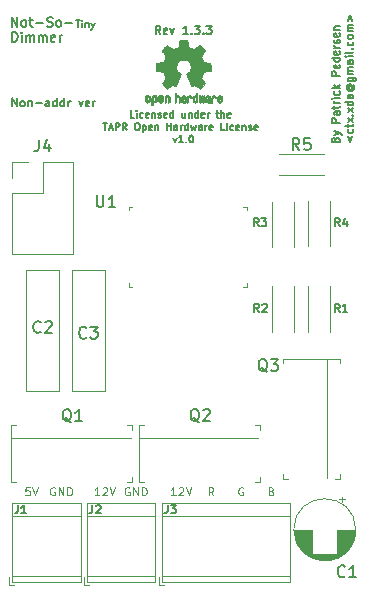
<source format=gto>
G04 #@! TF.GenerationSoftware,KiCad,Pcbnew,5.1.5-52549c5~86~ubuntu19.04.1*
G04 #@! TF.CreationDate,2020-05-05T22:35:55+02:00*
G04 #@! TF.ProjectId,NotSoTinyDimmer,4e6f7453-6f54-4696-9e79-44696d6d6572,1.3.3*
G04 #@! TF.SameCoordinates,Original*
G04 #@! TF.FileFunction,Legend,Top*
G04 #@! TF.FilePolarity,Positive*
%FSLAX46Y46*%
G04 Gerber Fmt 4.6, Leading zero omitted, Abs format (unit mm)*
G04 Created by KiCad (PCBNEW 5.1.5-52549c5~86~ubuntu19.04.1) date 2020-05-05 22:35:55*
%MOMM*%
%LPD*%
G04 APERTURE LIST*
%ADD10C,0.100000*%
%ADD11C,0.150000*%
%ADD12C,0.120000*%
%ADD13C,0.010000*%
G04 APERTURE END LIST*
D10*
X144754666Y-108285800D02*
X144688000Y-108252466D01*
X144588000Y-108252466D01*
X144488000Y-108285800D01*
X144421333Y-108352466D01*
X144388000Y-108419133D01*
X144354666Y-108552466D01*
X144354666Y-108652466D01*
X144388000Y-108785800D01*
X144421333Y-108852466D01*
X144488000Y-108919133D01*
X144588000Y-108952466D01*
X144654666Y-108952466D01*
X144754666Y-108919133D01*
X144788000Y-108885800D01*
X144788000Y-108652466D01*
X144654666Y-108652466D01*
X145088000Y-108952466D02*
X145088000Y-108252466D01*
X145488000Y-108952466D01*
X145488000Y-108252466D01*
X145821333Y-108952466D02*
X145821333Y-108252466D01*
X145988000Y-108252466D01*
X146088000Y-108285800D01*
X146154666Y-108352466D01*
X146188000Y-108419133D01*
X146221333Y-108552466D01*
X146221333Y-108652466D01*
X146188000Y-108785800D01*
X146154666Y-108852466D01*
X146088000Y-108919133D01*
X145988000Y-108952466D01*
X145821333Y-108952466D01*
X156768000Y-108585800D02*
X156868000Y-108619133D01*
X156901333Y-108652466D01*
X156934666Y-108719133D01*
X156934666Y-108819133D01*
X156901333Y-108885800D01*
X156868000Y-108919133D01*
X156801333Y-108952466D01*
X156534666Y-108952466D01*
X156534666Y-108252466D01*
X156768000Y-108252466D01*
X156834666Y-108285800D01*
X156868000Y-108319133D01*
X156901333Y-108385800D01*
X156901333Y-108452466D01*
X156868000Y-108519133D01*
X156834666Y-108552466D01*
X156768000Y-108585800D01*
X156534666Y-108585800D01*
X154361333Y-108285800D02*
X154294666Y-108252466D01*
X154194666Y-108252466D01*
X154094666Y-108285800D01*
X154028000Y-108352466D01*
X153994666Y-108419133D01*
X153961333Y-108552466D01*
X153961333Y-108652466D01*
X153994666Y-108785800D01*
X154028000Y-108852466D01*
X154094666Y-108919133D01*
X154194666Y-108952466D01*
X154261333Y-108952466D01*
X154361333Y-108919133D01*
X154394666Y-108885800D01*
X154394666Y-108652466D01*
X154261333Y-108652466D01*
X151854666Y-108952466D02*
X151621333Y-108619133D01*
X151454666Y-108952466D02*
X151454666Y-108252466D01*
X151721333Y-108252466D01*
X151788000Y-108285800D01*
X151821333Y-108319133D01*
X151854666Y-108385800D01*
X151854666Y-108485800D01*
X151821333Y-108552466D01*
X151788000Y-108585800D01*
X151721333Y-108619133D01*
X151454666Y-108619133D01*
X148664666Y-108952466D02*
X148264666Y-108952466D01*
X148464666Y-108952466D02*
X148464666Y-108252466D01*
X148398000Y-108352466D01*
X148331333Y-108419133D01*
X148264666Y-108452466D01*
X148931333Y-108319133D02*
X148964666Y-108285800D01*
X149031333Y-108252466D01*
X149198000Y-108252466D01*
X149264666Y-108285800D01*
X149298000Y-108319133D01*
X149331333Y-108385800D01*
X149331333Y-108452466D01*
X149298000Y-108552466D01*
X148898000Y-108952466D01*
X149331333Y-108952466D01*
X149531333Y-108252466D02*
X149764666Y-108952466D01*
X149998000Y-108252466D01*
X142213066Y-108952466D02*
X141813066Y-108952466D01*
X142013066Y-108952466D02*
X142013066Y-108252466D01*
X141946400Y-108352466D01*
X141879733Y-108419133D01*
X141813066Y-108452466D01*
X142479733Y-108319133D02*
X142513066Y-108285800D01*
X142579733Y-108252466D01*
X142746400Y-108252466D01*
X142813066Y-108285800D01*
X142846400Y-108319133D01*
X142879733Y-108385800D01*
X142879733Y-108452466D01*
X142846400Y-108552466D01*
X142446400Y-108952466D01*
X142879733Y-108952466D01*
X143079733Y-108252466D02*
X143313066Y-108952466D01*
X143546400Y-108252466D01*
X138436266Y-108285800D02*
X138369600Y-108252466D01*
X138269600Y-108252466D01*
X138169600Y-108285800D01*
X138102933Y-108352466D01*
X138069600Y-108419133D01*
X138036266Y-108552466D01*
X138036266Y-108652466D01*
X138069600Y-108785800D01*
X138102933Y-108852466D01*
X138169600Y-108919133D01*
X138269600Y-108952466D01*
X138336266Y-108952466D01*
X138436266Y-108919133D01*
X138469600Y-108885800D01*
X138469600Y-108652466D01*
X138336266Y-108652466D01*
X138769600Y-108952466D02*
X138769600Y-108252466D01*
X139169600Y-108952466D01*
X139169600Y-108252466D01*
X139502933Y-108952466D02*
X139502933Y-108252466D01*
X139669600Y-108252466D01*
X139769600Y-108285800D01*
X139836266Y-108352466D01*
X139869600Y-108419133D01*
X139902933Y-108552466D01*
X139902933Y-108652466D01*
X139869600Y-108785800D01*
X139836266Y-108852466D01*
X139769600Y-108919133D01*
X139669600Y-108952466D01*
X139502933Y-108952466D01*
X136296266Y-108252466D02*
X135962933Y-108252466D01*
X135929600Y-108585800D01*
X135962933Y-108552466D01*
X136029600Y-108519133D01*
X136196266Y-108519133D01*
X136262933Y-108552466D01*
X136296266Y-108585800D01*
X136329600Y-108652466D01*
X136329600Y-108819133D01*
X136296266Y-108885800D01*
X136262933Y-108919133D01*
X136196266Y-108952466D01*
X136029600Y-108952466D01*
X135962933Y-108919133D01*
X135929600Y-108885800D01*
X136529600Y-108252466D02*
X136762933Y-108952466D01*
X136996266Y-108252466D01*
D11*
X134807966Y-76008666D02*
X134807966Y-75308666D01*
X135207966Y-76008666D01*
X135207966Y-75308666D01*
X135641300Y-76008666D02*
X135574633Y-75975333D01*
X135541300Y-75942000D01*
X135507966Y-75875333D01*
X135507966Y-75675333D01*
X135541300Y-75608666D01*
X135574633Y-75575333D01*
X135641300Y-75542000D01*
X135741300Y-75542000D01*
X135807966Y-75575333D01*
X135841300Y-75608666D01*
X135874633Y-75675333D01*
X135874633Y-75875333D01*
X135841300Y-75942000D01*
X135807966Y-75975333D01*
X135741300Y-76008666D01*
X135641300Y-76008666D01*
X136174633Y-75542000D02*
X136174633Y-76008666D01*
X136174633Y-75608666D02*
X136207966Y-75575333D01*
X136274633Y-75542000D01*
X136374633Y-75542000D01*
X136441300Y-75575333D01*
X136474633Y-75642000D01*
X136474633Y-76008666D01*
X136807966Y-75742000D02*
X137341300Y-75742000D01*
X137974633Y-76008666D02*
X137974633Y-75642000D01*
X137941300Y-75575333D01*
X137874633Y-75542000D01*
X137741300Y-75542000D01*
X137674633Y-75575333D01*
X137974633Y-75975333D02*
X137907966Y-76008666D01*
X137741300Y-76008666D01*
X137674633Y-75975333D01*
X137641300Y-75908666D01*
X137641300Y-75842000D01*
X137674633Y-75775333D01*
X137741300Y-75742000D01*
X137907966Y-75742000D01*
X137974633Y-75708666D01*
X138607966Y-76008666D02*
X138607966Y-75308666D01*
X138607966Y-75975333D02*
X138541300Y-76008666D01*
X138407966Y-76008666D01*
X138341300Y-75975333D01*
X138307966Y-75942000D01*
X138274633Y-75875333D01*
X138274633Y-75675333D01*
X138307966Y-75608666D01*
X138341300Y-75575333D01*
X138407966Y-75542000D01*
X138541300Y-75542000D01*
X138607966Y-75575333D01*
X139241300Y-76008666D02*
X139241300Y-75308666D01*
X139241300Y-75975333D02*
X139174633Y-76008666D01*
X139041300Y-76008666D01*
X138974633Y-75975333D01*
X138941300Y-75942000D01*
X138907966Y-75875333D01*
X138907966Y-75675333D01*
X138941300Y-75608666D01*
X138974633Y-75575333D01*
X139041300Y-75542000D01*
X139174633Y-75542000D01*
X139241300Y-75575333D01*
X139574633Y-76008666D02*
X139574633Y-75542000D01*
X139574633Y-75675333D02*
X139607966Y-75608666D01*
X139641300Y-75575333D01*
X139707966Y-75542000D01*
X139774633Y-75542000D01*
X140474633Y-75542000D02*
X140641300Y-76008666D01*
X140807966Y-75542000D01*
X141341300Y-75975333D02*
X141274633Y-76008666D01*
X141141300Y-76008666D01*
X141074633Y-75975333D01*
X141041300Y-75908666D01*
X141041300Y-75642000D01*
X141074633Y-75575333D01*
X141141300Y-75542000D01*
X141274633Y-75542000D01*
X141341300Y-75575333D01*
X141374633Y-75642000D01*
X141374633Y-75708666D01*
X141041300Y-75775333D01*
X141674633Y-76008666D02*
X141674633Y-75542000D01*
X141674633Y-75675333D02*
X141707966Y-75608666D01*
X141741300Y-75575333D01*
X141807966Y-75542000D01*
X141874633Y-75542000D01*
X145170857Y-76950508D02*
X144885142Y-76950508D01*
X144885142Y-76350508D01*
X145370857Y-76950508D02*
X145370857Y-76550508D01*
X145370857Y-76350508D02*
X145342285Y-76379080D01*
X145370857Y-76407651D01*
X145399428Y-76379080D01*
X145370857Y-76350508D01*
X145370857Y-76407651D01*
X145913714Y-76921937D02*
X145856571Y-76950508D01*
X145742285Y-76950508D01*
X145685142Y-76921937D01*
X145656571Y-76893365D01*
X145628000Y-76836222D01*
X145628000Y-76664794D01*
X145656571Y-76607651D01*
X145685142Y-76579080D01*
X145742285Y-76550508D01*
X145856571Y-76550508D01*
X145913714Y-76579080D01*
X146399428Y-76921937D02*
X146342285Y-76950508D01*
X146228000Y-76950508D01*
X146170857Y-76921937D01*
X146142285Y-76864794D01*
X146142285Y-76636222D01*
X146170857Y-76579080D01*
X146228000Y-76550508D01*
X146342285Y-76550508D01*
X146399428Y-76579080D01*
X146428000Y-76636222D01*
X146428000Y-76693365D01*
X146142285Y-76750508D01*
X146685142Y-76550508D02*
X146685142Y-76950508D01*
X146685142Y-76607651D02*
X146713714Y-76579080D01*
X146770857Y-76550508D01*
X146856571Y-76550508D01*
X146913714Y-76579080D01*
X146942285Y-76636222D01*
X146942285Y-76950508D01*
X147199428Y-76921937D02*
X147256571Y-76950508D01*
X147370857Y-76950508D01*
X147428000Y-76921937D01*
X147456571Y-76864794D01*
X147456571Y-76836222D01*
X147428000Y-76779080D01*
X147370857Y-76750508D01*
X147285142Y-76750508D01*
X147228000Y-76721937D01*
X147199428Y-76664794D01*
X147199428Y-76636222D01*
X147228000Y-76579080D01*
X147285142Y-76550508D01*
X147370857Y-76550508D01*
X147428000Y-76579080D01*
X147942285Y-76921937D02*
X147885142Y-76950508D01*
X147770857Y-76950508D01*
X147713714Y-76921937D01*
X147685142Y-76864794D01*
X147685142Y-76636222D01*
X147713714Y-76579080D01*
X147770857Y-76550508D01*
X147885142Y-76550508D01*
X147942285Y-76579080D01*
X147970857Y-76636222D01*
X147970857Y-76693365D01*
X147685142Y-76750508D01*
X148485142Y-76950508D02*
X148485142Y-76350508D01*
X148485142Y-76921937D02*
X148428000Y-76950508D01*
X148313714Y-76950508D01*
X148256571Y-76921937D01*
X148228000Y-76893365D01*
X148199428Y-76836222D01*
X148199428Y-76664794D01*
X148228000Y-76607651D01*
X148256571Y-76579080D01*
X148313714Y-76550508D01*
X148428000Y-76550508D01*
X148485142Y-76579080D01*
X149485142Y-76550508D02*
X149485142Y-76950508D01*
X149228000Y-76550508D02*
X149228000Y-76864794D01*
X149256571Y-76921937D01*
X149313714Y-76950508D01*
X149399428Y-76950508D01*
X149456571Y-76921937D01*
X149485142Y-76893365D01*
X149770857Y-76550508D02*
X149770857Y-76950508D01*
X149770857Y-76607651D02*
X149799428Y-76579080D01*
X149856571Y-76550508D01*
X149942285Y-76550508D01*
X149999428Y-76579080D01*
X150028000Y-76636222D01*
X150028000Y-76950508D01*
X150570857Y-76950508D02*
X150570857Y-76350508D01*
X150570857Y-76921937D02*
X150513714Y-76950508D01*
X150399428Y-76950508D01*
X150342285Y-76921937D01*
X150313714Y-76893365D01*
X150285142Y-76836222D01*
X150285142Y-76664794D01*
X150313714Y-76607651D01*
X150342285Y-76579080D01*
X150399428Y-76550508D01*
X150513714Y-76550508D01*
X150570857Y-76579080D01*
X151085142Y-76921937D02*
X151028000Y-76950508D01*
X150913714Y-76950508D01*
X150856571Y-76921937D01*
X150828000Y-76864794D01*
X150828000Y-76636222D01*
X150856571Y-76579080D01*
X150913714Y-76550508D01*
X151028000Y-76550508D01*
X151085142Y-76579080D01*
X151113714Y-76636222D01*
X151113714Y-76693365D01*
X150828000Y-76750508D01*
X151370857Y-76950508D02*
X151370857Y-76550508D01*
X151370857Y-76664794D02*
X151399428Y-76607651D01*
X151428000Y-76579080D01*
X151485142Y-76550508D01*
X151542285Y-76550508D01*
X152113714Y-76550508D02*
X152342285Y-76550508D01*
X152199428Y-76350508D02*
X152199428Y-76864794D01*
X152228000Y-76921937D01*
X152285142Y-76950508D01*
X152342285Y-76950508D01*
X152542285Y-76950508D02*
X152542285Y-76350508D01*
X152799428Y-76950508D02*
X152799428Y-76636222D01*
X152770857Y-76579080D01*
X152713714Y-76550508D01*
X152628000Y-76550508D01*
X152570857Y-76579080D01*
X152542285Y-76607651D01*
X153313714Y-76921937D02*
X153256571Y-76950508D01*
X153142285Y-76950508D01*
X153085142Y-76921937D01*
X153056571Y-76864794D01*
X153056571Y-76636222D01*
X153085142Y-76579080D01*
X153142285Y-76550508D01*
X153256571Y-76550508D01*
X153313714Y-76579080D01*
X153342285Y-76636222D01*
X153342285Y-76693365D01*
X153056571Y-76750508D01*
X142528000Y-77400508D02*
X142870857Y-77400508D01*
X142699428Y-78000508D02*
X142699428Y-77400508D01*
X143042285Y-77829080D02*
X143328000Y-77829080D01*
X142985142Y-78000508D02*
X143185142Y-77400508D01*
X143385142Y-78000508D01*
X143585142Y-78000508D02*
X143585142Y-77400508D01*
X143813714Y-77400508D01*
X143870857Y-77429080D01*
X143899428Y-77457651D01*
X143928000Y-77514794D01*
X143928000Y-77600508D01*
X143899428Y-77657651D01*
X143870857Y-77686222D01*
X143813714Y-77714794D01*
X143585142Y-77714794D01*
X144528000Y-78000508D02*
X144328000Y-77714794D01*
X144185142Y-78000508D02*
X144185142Y-77400508D01*
X144413714Y-77400508D01*
X144470857Y-77429080D01*
X144499428Y-77457651D01*
X144528000Y-77514794D01*
X144528000Y-77600508D01*
X144499428Y-77657651D01*
X144470857Y-77686222D01*
X144413714Y-77714794D01*
X144185142Y-77714794D01*
X145356571Y-77400508D02*
X145470857Y-77400508D01*
X145528000Y-77429080D01*
X145585142Y-77486222D01*
X145613714Y-77600508D01*
X145613714Y-77800508D01*
X145585142Y-77914794D01*
X145528000Y-77971937D01*
X145470857Y-78000508D01*
X145356571Y-78000508D01*
X145299428Y-77971937D01*
X145242285Y-77914794D01*
X145213714Y-77800508D01*
X145213714Y-77600508D01*
X145242285Y-77486222D01*
X145299428Y-77429080D01*
X145356571Y-77400508D01*
X145870857Y-77600508D02*
X145870857Y-78200508D01*
X145870857Y-77629080D02*
X145928000Y-77600508D01*
X146042285Y-77600508D01*
X146099428Y-77629080D01*
X146128000Y-77657651D01*
X146156571Y-77714794D01*
X146156571Y-77886222D01*
X146128000Y-77943365D01*
X146099428Y-77971937D01*
X146042285Y-78000508D01*
X145928000Y-78000508D01*
X145870857Y-77971937D01*
X146642285Y-77971937D02*
X146585142Y-78000508D01*
X146470857Y-78000508D01*
X146413714Y-77971937D01*
X146385142Y-77914794D01*
X146385142Y-77686222D01*
X146413714Y-77629080D01*
X146470857Y-77600508D01*
X146585142Y-77600508D01*
X146642285Y-77629080D01*
X146670857Y-77686222D01*
X146670857Y-77743365D01*
X146385142Y-77800508D01*
X146928000Y-77600508D02*
X146928000Y-78000508D01*
X146928000Y-77657651D02*
X146956571Y-77629080D01*
X147013714Y-77600508D01*
X147099428Y-77600508D01*
X147156571Y-77629080D01*
X147185142Y-77686222D01*
X147185142Y-78000508D01*
X147928000Y-78000508D02*
X147928000Y-77400508D01*
X147928000Y-77686222D02*
X148270857Y-77686222D01*
X148270857Y-78000508D02*
X148270857Y-77400508D01*
X148813714Y-78000508D02*
X148813714Y-77686222D01*
X148785142Y-77629080D01*
X148728000Y-77600508D01*
X148613714Y-77600508D01*
X148556571Y-77629080D01*
X148813714Y-77971937D02*
X148756571Y-78000508D01*
X148613714Y-78000508D01*
X148556571Y-77971937D01*
X148528000Y-77914794D01*
X148528000Y-77857651D01*
X148556571Y-77800508D01*
X148613714Y-77771937D01*
X148756571Y-77771937D01*
X148813714Y-77743365D01*
X149099428Y-78000508D02*
X149099428Y-77600508D01*
X149099428Y-77714794D02*
X149128000Y-77657651D01*
X149156571Y-77629080D01*
X149213714Y-77600508D01*
X149270857Y-77600508D01*
X149728000Y-78000508D02*
X149728000Y-77400508D01*
X149728000Y-77971937D02*
X149670857Y-78000508D01*
X149556571Y-78000508D01*
X149499428Y-77971937D01*
X149470857Y-77943365D01*
X149442285Y-77886222D01*
X149442285Y-77714794D01*
X149470857Y-77657651D01*
X149499428Y-77629080D01*
X149556571Y-77600508D01*
X149670857Y-77600508D01*
X149728000Y-77629080D01*
X149956571Y-77600508D02*
X150070857Y-78000508D01*
X150185142Y-77714794D01*
X150299428Y-78000508D01*
X150413714Y-77600508D01*
X150899428Y-78000508D02*
X150899428Y-77686222D01*
X150870857Y-77629080D01*
X150813714Y-77600508D01*
X150699428Y-77600508D01*
X150642285Y-77629080D01*
X150899428Y-77971937D02*
X150842285Y-78000508D01*
X150699428Y-78000508D01*
X150642285Y-77971937D01*
X150613714Y-77914794D01*
X150613714Y-77857651D01*
X150642285Y-77800508D01*
X150699428Y-77771937D01*
X150842285Y-77771937D01*
X150899428Y-77743365D01*
X151185142Y-78000508D02*
X151185142Y-77600508D01*
X151185142Y-77714794D02*
X151213714Y-77657651D01*
X151242285Y-77629080D01*
X151299428Y-77600508D01*
X151356571Y-77600508D01*
X151785142Y-77971937D02*
X151728000Y-78000508D01*
X151613714Y-78000508D01*
X151556571Y-77971937D01*
X151528000Y-77914794D01*
X151528000Y-77686222D01*
X151556571Y-77629080D01*
X151613714Y-77600508D01*
X151728000Y-77600508D01*
X151785142Y-77629080D01*
X151813714Y-77686222D01*
X151813714Y-77743365D01*
X151528000Y-77800508D01*
X152813714Y-78000508D02*
X152528000Y-78000508D01*
X152528000Y-77400508D01*
X153013714Y-78000508D02*
X153013714Y-77600508D01*
X153013714Y-77400508D02*
X152985142Y-77429080D01*
X153013714Y-77457651D01*
X153042285Y-77429080D01*
X153013714Y-77400508D01*
X153013714Y-77457651D01*
X153556571Y-77971937D02*
X153499428Y-78000508D01*
X153385142Y-78000508D01*
X153328000Y-77971937D01*
X153299428Y-77943365D01*
X153270857Y-77886222D01*
X153270857Y-77714794D01*
X153299428Y-77657651D01*
X153328000Y-77629080D01*
X153385142Y-77600508D01*
X153499428Y-77600508D01*
X153556571Y-77629080D01*
X154042285Y-77971937D02*
X153985142Y-78000508D01*
X153870857Y-78000508D01*
X153813714Y-77971937D01*
X153785142Y-77914794D01*
X153785142Y-77686222D01*
X153813714Y-77629080D01*
X153870857Y-77600508D01*
X153985142Y-77600508D01*
X154042285Y-77629080D01*
X154070857Y-77686222D01*
X154070857Y-77743365D01*
X153785142Y-77800508D01*
X154328000Y-77600508D02*
X154328000Y-78000508D01*
X154328000Y-77657651D02*
X154356571Y-77629080D01*
X154413714Y-77600508D01*
X154499428Y-77600508D01*
X154556571Y-77629080D01*
X154585142Y-77686222D01*
X154585142Y-78000508D01*
X154842285Y-77971937D02*
X154899428Y-78000508D01*
X155013714Y-78000508D01*
X155070857Y-77971937D01*
X155099428Y-77914794D01*
X155099428Y-77886222D01*
X155070857Y-77829080D01*
X155013714Y-77800508D01*
X154928000Y-77800508D01*
X154870857Y-77771937D01*
X154842285Y-77714794D01*
X154842285Y-77686222D01*
X154870857Y-77629080D01*
X154928000Y-77600508D01*
X155013714Y-77600508D01*
X155070857Y-77629080D01*
X155585142Y-77971937D02*
X155528000Y-78000508D01*
X155413714Y-78000508D01*
X155356571Y-77971937D01*
X155328000Y-77914794D01*
X155328000Y-77686222D01*
X155356571Y-77629080D01*
X155413714Y-77600508D01*
X155528000Y-77600508D01*
X155585142Y-77629080D01*
X155613714Y-77686222D01*
X155613714Y-77743365D01*
X155328000Y-77800508D01*
X148470857Y-78650508D02*
X148613714Y-79050508D01*
X148756571Y-78650508D01*
X149299428Y-79050508D02*
X148956571Y-79050508D01*
X149128000Y-79050508D02*
X149128000Y-78450508D01*
X149070857Y-78536222D01*
X149013714Y-78593365D01*
X148956571Y-78621937D01*
X149556571Y-78993365D02*
X149585142Y-79021937D01*
X149556571Y-79050508D01*
X149528000Y-79021937D01*
X149556571Y-78993365D01*
X149556571Y-79050508D01*
X149956571Y-78450508D02*
X150013714Y-78450508D01*
X150070857Y-78479080D01*
X150099428Y-78507651D01*
X150128000Y-78564794D01*
X150156571Y-78679080D01*
X150156571Y-78821937D01*
X150128000Y-78936222D01*
X150099428Y-78993365D01*
X150070857Y-79021937D01*
X150013714Y-79050508D01*
X149956571Y-79050508D01*
X149899428Y-79021937D01*
X149870857Y-78993365D01*
X149842285Y-78936222D01*
X149813714Y-78821937D01*
X149813714Y-78679080D01*
X149842285Y-78564794D01*
X149870857Y-78507651D01*
X149899428Y-78479080D01*
X149956571Y-78450508D01*
X147378000Y-69877106D02*
X147144666Y-69543773D01*
X146978000Y-69877106D02*
X146978000Y-69177106D01*
X147244666Y-69177106D01*
X147311333Y-69210440D01*
X147344666Y-69243773D01*
X147378000Y-69310440D01*
X147378000Y-69410440D01*
X147344666Y-69477106D01*
X147311333Y-69510440D01*
X147244666Y-69543773D01*
X146978000Y-69543773D01*
X147944666Y-69843773D02*
X147878000Y-69877106D01*
X147744666Y-69877106D01*
X147678000Y-69843773D01*
X147644666Y-69777106D01*
X147644666Y-69510440D01*
X147678000Y-69443773D01*
X147744666Y-69410440D01*
X147878000Y-69410440D01*
X147944666Y-69443773D01*
X147978000Y-69510440D01*
X147978000Y-69577106D01*
X147644666Y-69643773D01*
X148211333Y-69410440D02*
X148378000Y-69877106D01*
X148544666Y-69410440D01*
X149711333Y-69877106D02*
X149311333Y-69877106D01*
X149511333Y-69877106D02*
X149511333Y-69177106D01*
X149444666Y-69277106D01*
X149378000Y-69343773D01*
X149311333Y-69377106D01*
X150011333Y-69810440D02*
X150044666Y-69843773D01*
X150011333Y-69877106D01*
X149978000Y-69843773D01*
X150011333Y-69810440D01*
X150011333Y-69877106D01*
X150278000Y-69177106D02*
X150711333Y-69177106D01*
X150478000Y-69443773D01*
X150578000Y-69443773D01*
X150644666Y-69477106D01*
X150678000Y-69510440D01*
X150711333Y-69577106D01*
X150711333Y-69743773D01*
X150678000Y-69810440D01*
X150644666Y-69843773D01*
X150578000Y-69877106D01*
X150378000Y-69877106D01*
X150311333Y-69843773D01*
X150278000Y-69810440D01*
X151011333Y-69810440D02*
X151044666Y-69843773D01*
X151011333Y-69877106D01*
X150978000Y-69843773D01*
X151011333Y-69810440D01*
X151011333Y-69877106D01*
X151278000Y-69177106D02*
X151711333Y-69177106D01*
X151478000Y-69443773D01*
X151578000Y-69443773D01*
X151644666Y-69477106D01*
X151678000Y-69510440D01*
X151711333Y-69577106D01*
X151711333Y-69743773D01*
X151678000Y-69810440D01*
X151644666Y-69843773D01*
X151578000Y-69877106D01*
X151378000Y-69877106D01*
X151311333Y-69843773D01*
X151278000Y-69810440D01*
X162196857Y-78824157D02*
X162228285Y-78729871D01*
X162259714Y-78698442D01*
X162322571Y-78667014D01*
X162416857Y-78667014D01*
X162479714Y-78698442D01*
X162511142Y-78729871D01*
X162542571Y-78792728D01*
X162542571Y-79044157D01*
X161882571Y-79044157D01*
X161882571Y-78824157D01*
X161914000Y-78761300D01*
X161945428Y-78729871D01*
X162008285Y-78698442D01*
X162071142Y-78698442D01*
X162134000Y-78729871D01*
X162165428Y-78761300D01*
X162196857Y-78824157D01*
X162196857Y-79044157D01*
X162102571Y-78447014D02*
X162542571Y-78289871D01*
X162102571Y-78132728D02*
X162542571Y-78289871D01*
X162699714Y-78352728D01*
X162731142Y-78384157D01*
X162762571Y-78447014D01*
X162542571Y-77378442D02*
X161882571Y-77378442D01*
X161882571Y-77127014D01*
X161914000Y-77064157D01*
X161945428Y-77032728D01*
X162008285Y-77001300D01*
X162102571Y-77001300D01*
X162165428Y-77032728D01*
X162196857Y-77064157D01*
X162228285Y-77127014D01*
X162228285Y-77378442D01*
X162542571Y-76435585D02*
X162196857Y-76435585D01*
X162134000Y-76467014D01*
X162102571Y-76529871D01*
X162102571Y-76655585D01*
X162134000Y-76718442D01*
X162511142Y-76435585D02*
X162542571Y-76498442D01*
X162542571Y-76655585D01*
X162511142Y-76718442D01*
X162448285Y-76749871D01*
X162385428Y-76749871D01*
X162322571Y-76718442D01*
X162291142Y-76655585D01*
X162291142Y-76498442D01*
X162259714Y-76435585D01*
X162102571Y-76215585D02*
X162102571Y-75964157D01*
X161882571Y-76121300D02*
X162448285Y-76121300D01*
X162511142Y-76089871D01*
X162542571Y-76027014D01*
X162542571Y-75964157D01*
X162542571Y-75744157D02*
X162102571Y-75744157D01*
X162228285Y-75744157D02*
X162165428Y-75712728D01*
X162134000Y-75681300D01*
X162102571Y-75618442D01*
X162102571Y-75555585D01*
X162542571Y-75335585D02*
X162102571Y-75335585D01*
X161882571Y-75335585D02*
X161914000Y-75367014D01*
X161945428Y-75335585D01*
X161914000Y-75304157D01*
X161882571Y-75335585D01*
X161945428Y-75335585D01*
X162511142Y-74738442D02*
X162542571Y-74801300D01*
X162542571Y-74927014D01*
X162511142Y-74989871D01*
X162479714Y-75021300D01*
X162416857Y-75052728D01*
X162228285Y-75052728D01*
X162165428Y-75021300D01*
X162134000Y-74989871D01*
X162102571Y-74927014D01*
X162102571Y-74801300D01*
X162134000Y-74738442D01*
X162542571Y-74455585D02*
X161882571Y-74455585D01*
X162291142Y-74392728D02*
X162542571Y-74204157D01*
X162102571Y-74204157D02*
X162354000Y-74455585D01*
X162542571Y-73418442D02*
X161882571Y-73418442D01*
X161882571Y-73167014D01*
X161914000Y-73104157D01*
X161945428Y-73072728D01*
X162008285Y-73041300D01*
X162102571Y-73041300D01*
X162165428Y-73072728D01*
X162196857Y-73104157D01*
X162228285Y-73167014D01*
X162228285Y-73418442D01*
X162511142Y-72507014D02*
X162542571Y-72569871D01*
X162542571Y-72695585D01*
X162511142Y-72758442D01*
X162448285Y-72789871D01*
X162196857Y-72789871D01*
X162134000Y-72758442D01*
X162102571Y-72695585D01*
X162102571Y-72569871D01*
X162134000Y-72507014D01*
X162196857Y-72475585D01*
X162259714Y-72475585D01*
X162322571Y-72789871D01*
X162542571Y-71909871D02*
X161882571Y-71909871D01*
X162511142Y-71909871D02*
X162542571Y-71972728D01*
X162542571Y-72098442D01*
X162511142Y-72161300D01*
X162479714Y-72192728D01*
X162416857Y-72224157D01*
X162228285Y-72224157D01*
X162165428Y-72192728D01*
X162134000Y-72161300D01*
X162102571Y-72098442D01*
X162102571Y-71972728D01*
X162134000Y-71909871D01*
X162511142Y-71344157D02*
X162542571Y-71407014D01*
X162542571Y-71532728D01*
X162511142Y-71595585D01*
X162448285Y-71627014D01*
X162196857Y-71627014D01*
X162134000Y-71595585D01*
X162102571Y-71532728D01*
X162102571Y-71407014D01*
X162134000Y-71344157D01*
X162196857Y-71312728D01*
X162259714Y-71312728D01*
X162322571Y-71627014D01*
X162542571Y-71029871D02*
X162102571Y-71029871D01*
X162228285Y-71029871D02*
X162165428Y-70998442D01*
X162134000Y-70967014D01*
X162102571Y-70904157D01*
X162102571Y-70841300D01*
X162511142Y-70652728D02*
X162542571Y-70589871D01*
X162542571Y-70464157D01*
X162511142Y-70401300D01*
X162448285Y-70369871D01*
X162416857Y-70369871D01*
X162354000Y-70401300D01*
X162322571Y-70464157D01*
X162322571Y-70558442D01*
X162291142Y-70621300D01*
X162228285Y-70652728D01*
X162196857Y-70652728D01*
X162134000Y-70621300D01*
X162102571Y-70558442D01*
X162102571Y-70464157D01*
X162134000Y-70401300D01*
X162511142Y-69835585D02*
X162542571Y-69898442D01*
X162542571Y-70024157D01*
X162511142Y-70087014D01*
X162448285Y-70118442D01*
X162196857Y-70118442D01*
X162134000Y-70087014D01*
X162102571Y-70024157D01*
X162102571Y-69898442D01*
X162134000Y-69835585D01*
X162196857Y-69804157D01*
X162259714Y-69804157D01*
X162322571Y-70118442D01*
X162102571Y-69521300D02*
X162542571Y-69521300D01*
X162165428Y-69521300D02*
X162134000Y-69489871D01*
X162102571Y-69427014D01*
X162102571Y-69332728D01*
X162134000Y-69269871D01*
X162196857Y-69238442D01*
X162542571Y-69238442D01*
X163242571Y-78541300D02*
X163431142Y-79044157D01*
X163619714Y-78541300D01*
X163651142Y-77944157D02*
X163682571Y-78007014D01*
X163682571Y-78132728D01*
X163651142Y-78195585D01*
X163619714Y-78227014D01*
X163556857Y-78258442D01*
X163368285Y-78258442D01*
X163305428Y-78227014D01*
X163274000Y-78195585D01*
X163242571Y-78132728D01*
X163242571Y-78007014D01*
X163274000Y-77944157D01*
X163242571Y-77755585D02*
X163242571Y-77504157D01*
X163022571Y-77661300D02*
X163588285Y-77661300D01*
X163651142Y-77629871D01*
X163682571Y-77567014D01*
X163682571Y-77504157D01*
X163682571Y-77347014D02*
X163242571Y-77001300D01*
X163242571Y-77347014D02*
X163682571Y-77001300D01*
X163619714Y-76749871D02*
X163651142Y-76718442D01*
X163682571Y-76749871D01*
X163651142Y-76781300D01*
X163619714Y-76749871D01*
X163682571Y-76749871D01*
X163682571Y-76498442D02*
X163242571Y-76152728D01*
X163242571Y-76498442D02*
X163682571Y-76152728D01*
X163682571Y-75618442D02*
X163022571Y-75618442D01*
X163651142Y-75618442D02*
X163682571Y-75681300D01*
X163682571Y-75807014D01*
X163651142Y-75869871D01*
X163619714Y-75901300D01*
X163556857Y-75932728D01*
X163368285Y-75932728D01*
X163305428Y-75901300D01*
X163274000Y-75869871D01*
X163242571Y-75807014D01*
X163242571Y-75681300D01*
X163274000Y-75618442D01*
X163682571Y-75021300D02*
X163336857Y-75021300D01*
X163274000Y-75052728D01*
X163242571Y-75115585D01*
X163242571Y-75241300D01*
X163274000Y-75304157D01*
X163651142Y-75021300D02*
X163682571Y-75084157D01*
X163682571Y-75241300D01*
X163651142Y-75304157D01*
X163588285Y-75335585D01*
X163525428Y-75335585D01*
X163462571Y-75304157D01*
X163431142Y-75241300D01*
X163431142Y-75084157D01*
X163399714Y-75021300D01*
X163368285Y-74298442D02*
X163336857Y-74329871D01*
X163305428Y-74392728D01*
X163305428Y-74455585D01*
X163336857Y-74518442D01*
X163368285Y-74549871D01*
X163431142Y-74581300D01*
X163494000Y-74581300D01*
X163556857Y-74549871D01*
X163588285Y-74518442D01*
X163619714Y-74455585D01*
X163619714Y-74392728D01*
X163588285Y-74329871D01*
X163556857Y-74298442D01*
X163305428Y-74298442D02*
X163556857Y-74298442D01*
X163588285Y-74267014D01*
X163588285Y-74235585D01*
X163556857Y-74172728D01*
X163494000Y-74141300D01*
X163336857Y-74141300D01*
X163242571Y-74204157D01*
X163179714Y-74298442D01*
X163148285Y-74424157D01*
X163179714Y-74549871D01*
X163242571Y-74644157D01*
X163336857Y-74707014D01*
X163462571Y-74738442D01*
X163588285Y-74707014D01*
X163682571Y-74644157D01*
X163745428Y-74549871D01*
X163776857Y-74424157D01*
X163745428Y-74298442D01*
X163682571Y-74204157D01*
X163242571Y-73575585D02*
X163776857Y-73575585D01*
X163839714Y-73607014D01*
X163871142Y-73638442D01*
X163902571Y-73701300D01*
X163902571Y-73795585D01*
X163871142Y-73858442D01*
X163651142Y-73575585D02*
X163682571Y-73638442D01*
X163682571Y-73764157D01*
X163651142Y-73827014D01*
X163619714Y-73858442D01*
X163556857Y-73889871D01*
X163368285Y-73889871D01*
X163305428Y-73858442D01*
X163274000Y-73827014D01*
X163242571Y-73764157D01*
X163242571Y-73638442D01*
X163274000Y-73575585D01*
X163682571Y-73261300D02*
X163242571Y-73261300D01*
X163305428Y-73261300D02*
X163274000Y-73229871D01*
X163242571Y-73167014D01*
X163242571Y-73072728D01*
X163274000Y-73009871D01*
X163336857Y-72978442D01*
X163682571Y-72978442D01*
X163336857Y-72978442D02*
X163274000Y-72947014D01*
X163242571Y-72884157D01*
X163242571Y-72789871D01*
X163274000Y-72727014D01*
X163336857Y-72695585D01*
X163682571Y-72695585D01*
X163682571Y-72098442D02*
X163336857Y-72098442D01*
X163274000Y-72129871D01*
X163242571Y-72192728D01*
X163242571Y-72318442D01*
X163274000Y-72381300D01*
X163651142Y-72098442D02*
X163682571Y-72161300D01*
X163682571Y-72318442D01*
X163651142Y-72381300D01*
X163588285Y-72412728D01*
X163525428Y-72412728D01*
X163462571Y-72381300D01*
X163431142Y-72318442D01*
X163431142Y-72161300D01*
X163399714Y-72098442D01*
X163682571Y-71784157D02*
X163242571Y-71784157D01*
X163022571Y-71784157D02*
X163054000Y-71815585D01*
X163085428Y-71784157D01*
X163054000Y-71752728D01*
X163022571Y-71784157D01*
X163085428Y-71784157D01*
X163682571Y-71375585D02*
X163651142Y-71438442D01*
X163588285Y-71469871D01*
X163022571Y-71469871D01*
X163619714Y-71124157D02*
X163651142Y-71092728D01*
X163682571Y-71124157D01*
X163651142Y-71155585D01*
X163619714Y-71124157D01*
X163682571Y-71124157D01*
X163651142Y-70527014D02*
X163682571Y-70589871D01*
X163682571Y-70715585D01*
X163651142Y-70778442D01*
X163619714Y-70809871D01*
X163556857Y-70841300D01*
X163368285Y-70841300D01*
X163305428Y-70809871D01*
X163274000Y-70778442D01*
X163242571Y-70715585D01*
X163242571Y-70589871D01*
X163274000Y-70527014D01*
X163682571Y-70149871D02*
X163651142Y-70212728D01*
X163619714Y-70244157D01*
X163556857Y-70275585D01*
X163368285Y-70275585D01*
X163305428Y-70244157D01*
X163274000Y-70212728D01*
X163242571Y-70149871D01*
X163242571Y-70055585D01*
X163274000Y-69992728D01*
X163305428Y-69961300D01*
X163368285Y-69929871D01*
X163556857Y-69929871D01*
X163619714Y-69961300D01*
X163651142Y-69992728D01*
X163682571Y-70055585D01*
X163682571Y-70149871D01*
X163682571Y-69647014D02*
X163242571Y-69647014D01*
X163305428Y-69647014D02*
X163274000Y-69615585D01*
X163242571Y-69552728D01*
X163242571Y-69458442D01*
X163274000Y-69395585D01*
X163336857Y-69364157D01*
X163682571Y-69364157D01*
X163336857Y-69364157D02*
X163274000Y-69332728D01*
X163242571Y-69269871D01*
X163242571Y-69175585D01*
X163274000Y-69112728D01*
X163336857Y-69081300D01*
X163682571Y-69081300D01*
X163242571Y-68767014D02*
X163431142Y-68264157D01*
X163619714Y-68767014D01*
X134838399Y-70516704D02*
X134838399Y-69716704D01*
X135028875Y-69716704D01*
X135143161Y-69754800D01*
X135219351Y-69830990D01*
X135257446Y-69907180D01*
X135295542Y-70059561D01*
X135295542Y-70173847D01*
X135257446Y-70326228D01*
X135219351Y-70402419D01*
X135143161Y-70478609D01*
X135028875Y-70516704D01*
X134838399Y-70516704D01*
X135638399Y-70516704D02*
X135638399Y-69983371D01*
X135638399Y-69716704D02*
X135600303Y-69754800D01*
X135638399Y-69792895D01*
X135676494Y-69754800D01*
X135638399Y-69716704D01*
X135638399Y-69792895D01*
X136019351Y-70516704D02*
X136019351Y-69983371D01*
X136019351Y-70059561D02*
X136057446Y-70021466D01*
X136133637Y-69983371D01*
X136247923Y-69983371D01*
X136324113Y-70021466D01*
X136362208Y-70097657D01*
X136362208Y-70516704D01*
X136362208Y-70097657D02*
X136400303Y-70021466D01*
X136476494Y-69983371D01*
X136590780Y-69983371D01*
X136666970Y-70021466D01*
X136705065Y-70097657D01*
X136705065Y-70516704D01*
X137086018Y-70516704D02*
X137086018Y-69983371D01*
X137086018Y-70059561D02*
X137124113Y-70021466D01*
X137200303Y-69983371D01*
X137314589Y-69983371D01*
X137390780Y-70021466D01*
X137428875Y-70097657D01*
X137428875Y-70516704D01*
X137428875Y-70097657D02*
X137466970Y-70021466D01*
X137543161Y-69983371D01*
X137657446Y-69983371D01*
X137733637Y-70021466D01*
X137771732Y-70097657D01*
X137771732Y-70516704D01*
X138457446Y-70478609D02*
X138381256Y-70516704D01*
X138228875Y-70516704D01*
X138152684Y-70478609D01*
X138114589Y-70402419D01*
X138114589Y-70097657D01*
X138152684Y-70021466D01*
X138228875Y-69983371D01*
X138381256Y-69983371D01*
X138457446Y-70021466D01*
X138495542Y-70097657D01*
X138495542Y-70173847D01*
X138114589Y-70250038D01*
X138838399Y-70516704D02*
X138838399Y-69983371D01*
X138838399Y-70135752D02*
X138876494Y-70059561D01*
X138914589Y-70021466D01*
X138990780Y-69983371D01*
X139066970Y-69983371D01*
X140206514Y-68717308D02*
X140549371Y-68717308D01*
X140377942Y-69317308D02*
X140377942Y-68717308D01*
X140749371Y-69317308D02*
X140749371Y-68917308D01*
X140749371Y-68717308D02*
X140720800Y-68745880D01*
X140749371Y-68774451D01*
X140777942Y-68745880D01*
X140749371Y-68717308D01*
X140749371Y-68774451D01*
X141035085Y-68917308D02*
X141035085Y-69317308D01*
X141035085Y-68974451D02*
X141063657Y-68945880D01*
X141120800Y-68917308D01*
X141206514Y-68917308D01*
X141263657Y-68945880D01*
X141292228Y-69003022D01*
X141292228Y-69317308D01*
X141520800Y-68917308D02*
X141663657Y-69317308D01*
X141806514Y-68917308D02*
X141663657Y-69317308D01*
X141606514Y-69460165D01*
X141577942Y-69488737D01*
X141520800Y-69517308D01*
X134815899Y-69251784D02*
X134815899Y-68451784D01*
X135273041Y-69251784D01*
X135273041Y-68451784D01*
X135768280Y-69251784D02*
X135692089Y-69213689D01*
X135653994Y-69175594D01*
X135615899Y-69099403D01*
X135615899Y-68870832D01*
X135653994Y-68794641D01*
X135692089Y-68756546D01*
X135768280Y-68718451D01*
X135882565Y-68718451D01*
X135958756Y-68756546D01*
X135996851Y-68794641D01*
X136034946Y-68870832D01*
X136034946Y-69099403D01*
X135996851Y-69175594D01*
X135958756Y-69213689D01*
X135882565Y-69251784D01*
X135768280Y-69251784D01*
X136263518Y-68718451D02*
X136568280Y-68718451D01*
X136377803Y-68451784D02*
X136377803Y-69137499D01*
X136415899Y-69213689D01*
X136492089Y-69251784D01*
X136568280Y-69251784D01*
X136834946Y-68947022D02*
X137444470Y-68947022D01*
X137787327Y-69213689D02*
X137901613Y-69251784D01*
X138092089Y-69251784D01*
X138168280Y-69213689D01*
X138206375Y-69175594D01*
X138244470Y-69099403D01*
X138244470Y-69023213D01*
X138206375Y-68947022D01*
X138168280Y-68908927D01*
X138092089Y-68870832D01*
X137939708Y-68832737D01*
X137863518Y-68794641D01*
X137825422Y-68756546D01*
X137787327Y-68680356D01*
X137787327Y-68604165D01*
X137825422Y-68527975D01*
X137863518Y-68489880D01*
X137939708Y-68451784D01*
X138130184Y-68451784D01*
X138244470Y-68489880D01*
X138701613Y-69251784D02*
X138625422Y-69213689D01*
X138587327Y-69175594D01*
X138549232Y-69099403D01*
X138549232Y-68870832D01*
X138587327Y-68794641D01*
X138625422Y-68756546D01*
X138701613Y-68718451D01*
X138815899Y-68718451D01*
X138892089Y-68756546D01*
X138930184Y-68794641D01*
X138968280Y-68870832D01*
X138968280Y-69099403D01*
X138930184Y-69175594D01*
X138892089Y-69213689D01*
X138815899Y-69251784D01*
X138701613Y-69251784D01*
X139311137Y-68947022D02*
X139920660Y-68947022D01*
D12*
X140913400Y-116530000D02*
X141313400Y-116530000D01*
X140913400Y-115890000D02*
X140913400Y-116530000D01*
X146933400Y-109550000D02*
X146933400Y-116290000D01*
X141153400Y-109550000D02*
X141153400Y-116290000D01*
X141153400Y-116290000D02*
X146933400Y-116290000D01*
X141153400Y-109550000D02*
X146933400Y-109550000D01*
X141153400Y-110670000D02*
X146933400Y-110670000D01*
X141153400Y-115770000D02*
X146933400Y-115770000D01*
X134595000Y-116530000D02*
X134995000Y-116530000D01*
X134595000Y-115890000D02*
X134595000Y-116530000D01*
X140615000Y-109550000D02*
X140615000Y-116290000D01*
X134835000Y-109550000D02*
X134835000Y-116290000D01*
X134835000Y-116290000D02*
X140615000Y-116290000D01*
X134835000Y-109550000D02*
X140615000Y-109550000D01*
X134835000Y-110670000D02*
X140615000Y-110670000D01*
X134835000Y-115770000D02*
X140615000Y-115770000D01*
X161228800Y-80004400D02*
X157388800Y-80004400D01*
X161228800Y-81844400D02*
X157388800Y-81844400D01*
X161702000Y-87822800D02*
X161702000Y-83982800D01*
X159862000Y-87822800D02*
X159862000Y-83982800D01*
X158654000Y-87924400D02*
X158654000Y-84084400D01*
X156814000Y-87924400D02*
X156814000Y-84084400D01*
D10*
X162572400Y-107563600D02*
X162172400Y-107563600D01*
X162572400Y-107163600D02*
X162572400Y-107563600D01*
X162572400Y-97363600D02*
X162572400Y-97763600D01*
X162572400Y-97363600D02*
X162172400Y-97363600D01*
X157772400Y-97363600D02*
X157772400Y-97763600D01*
X157772400Y-97363600D02*
X162172400Y-97363600D01*
X157772400Y-107563600D02*
X157772400Y-107163600D01*
X157772400Y-107563600D02*
X158172400Y-107563600D01*
X161462400Y-97363600D02*
X161462400Y-107463600D01*
X145572800Y-104120000D02*
X155672800Y-104120000D01*
X155772800Y-107810000D02*
X155772800Y-107410000D01*
X155772800Y-107810000D02*
X155372800Y-107810000D01*
X145572800Y-107810000D02*
X145572800Y-103410000D01*
X145572800Y-107810000D02*
X145972800Y-107810000D01*
X145572800Y-103010000D02*
X145572800Y-103410000D01*
X145572800Y-103010000D02*
X145972800Y-103010000D01*
X155372800Y-103010000D02*
X155772800Y-103010000D01*
X155772800Y-103010000D02*
X155772800Y-103410000D01*
X134752400Y-104120000D02*
X144852400Y-104120000D01*
X144952400Y-107810000D02*
X144952400Y-107410000D01*
X144952400Y-107810000D02*
X144552400Y-107810000D01*
X134752400Y-107810000D02*
X134752400Y-103410000D01*
X134752400Y-107810000D02*
X135152400Y-107810000D01*
X134752400Y-103010000D02*
X134752400Y-103410000D01*
X134752400Y-103010000D02*
X135152400Y-103010000D01*
X144552400Y-103010000D02*
X144952400Y-103010000D01*
X144952400Y-103010000D02*
X144952400Y-103410000D01*
D12*
X147503400Y-115770000D02*
X158364400Y-115770000D01*
X147503400Y-110670000D02*
X158364400Y-110670000D01*
X147503400Y-109550000D02*
X158364400Y-109550000D01*
X147503400Y-116290000D02*
X158364400Y-116290000D01*
X147503400Y-109550000D02*
X147503400Y-116290000D01*
X158364400Y-109550000D02*
X158364400Y-116290000D01*
X147263400Y-115890000D02*
X147263400Y-116530000D01*
X147263400Y-116530000D02*
X147663400Y-116530000D01*
X142644800Y-100088500D02*
X139904800Y-100088500D01*
X142644800Y-89848500D02*
X139904800Y-89848500D01*
X139904800Y-89848500D02*
X139904800Y-100088500D01*
X142644800Y-89848500D02*
X142644800Y-100088500D01*
X138773000Y-100088500D02*
X136033000Y-100088500D01*
X138773000Y-89848500D02*
X136033000Y-89848500D01*
X136033000Y-89848500D02*
X136033000Y-100088500D01*
X138773000Y-89848500D02*
X138773000Y-100088500D01*
D13*
G36*
X149431910Y-70374028D02*
G01*
X149510454Y-70374458D01*
X149567298Y-70375622D01*
X149606105Y-70377887D01*
X149630538Y-70381620D01*
X149644262Y-70387186D01*
X149650940Y-70394953D01*
X149654236Y-70405285D01*
X149654556Y-70406623D01*
X149659562Y-70430759D01*
X149668829Y-70478381D01*
X149681392Y-70544421D01*
X149696287Y-70623808D01*
X149712551Y-70711476D01*
X149713119Y-70714555D01*
X149729410Y-70800469D01*
X149744652Y-70876376D01*
X149757861Y-70937725D01*
X149768054Y-70979962D01*
X149774248Y-70998535D01*
X149774543Y-70998864D01*
X149792788Y-71007933D01*
X149830405Y-71023047D01*
X149879271Y-71040942D01*
X149879543Y-71041038D01*
X149941093Y-71064173D01*
X150013657Y-71093645D01*
X150082057Y-71123277D01*
X150085294Y-71124742D01*
X150196702Y-71175306D01*
X150443399Y-71006840D01*
X150519077Y-70955483D01*
X150587631Y-70909569D01*
X150645088Y-70871710D01*
X150687476Y-70844517D01*
X150710825Y-70830601D01*
X150713042Y-70829569D01*
X150730010Y-70834164D01*
X150761701Y-70856335D01*
X150809352Y-70897127D01*
X150874198Y-70957585D01*
X150940397Y-71021907D01*
X151004214Y-71085292D01*
X151061329Y-71143131D01*
X151108305Y-71191855D01*
X151141703Y-71227890D01*
X151158085Y-71247664D01*
X151158694Y-71248682D01*
X151160505Y-71262252D01*
X151153683Y-71284413D01*
X151136540Y-71318158D01*
X151107393Y-71366480D01*
X151064555Y-71432372D01*
X151007448Y-71517197D01*
X150956766Y-71591857D01*
X150911461Y-71658820D01*
X150874150Y-71714196D01*
X150847452Y-71754100D01*
X150833985Y-71774642D01*
X150833137Y-71776036D01*
X150834781Y-71795718D01*
X150847245Y-71833973D01*
X150868048Y-71883569D01*
X150875462Y-71899408D01*
X150907814Y-71969970D01*
X150942328Y-72050033D01*
X150970365Y-72119309D01*
X150990568Y-72170725D01*
X151006615Y-72209799D01*
X151015888Y-72230221D01*
X151017041Y-72231794D01*
X151034096Y-72234401D01*
X151074298Y-72241543D01*
X151132302Y-72252203D01*
X151202763Y-72265365D01*
X151280335Y-72280013D01*
X151359672Y-72295129D01*
X151435431Y-72309698D01*
X151502264Y-72322702D01*
X151554828Y-72333125D01*
X151587776Y-72339950D01*
X151595857Y-72341879D01*
X151604205Y-72346642D01*
X151610506Y-72357398D01*
X151615045Y-72377778D01*
X151618104Y-72411414D01*
X151619967Y-72461935D01*
X151620918Y-72532972D01*
X151621240Y-72628156D01*
X151621257Y-72667172D01*
X151621257Y-72984479D01*
X151545057Y-72999519D01*
X151502663Y-73007675D01*
X151439400Y-73019579D01*
X151362962Y-73033796D01*
X151281043Y-73048890D01*
X151258400Y-73053035D01*
X151182806Y-73067733D01*
X151116953Y-73082185D01*
X151066366Y-73095055D01*
X151036574Y-73105002D01*
X151031612Y-73107967D01*
X151019426Y-73128963D01*
X151001953Y-73169647D01*
X150982577Y-73222002D01*
X150978734Y-73233280D01*
X150953339Y-73303203D01*
X150921817Y-73382098D01*
X150890969Y-73452946D01*
X150890817Y-73453275D01*
X150839447Y-73564413D01*
X151008399Y-73812933D01*
X151177352Y-74061452D01*
X150960429Y-74278738D01*
X150894819Y-74343406D01*
X150834979Y-74400413D01*
X150784267Y-74446713D01*
X150746046Y-74479264D01*
X150723675Y-74495023D01*
X150720466Y-74496023D01*
X150701626Y-74488149D01*
X150663180Y-74466258D01*
X150609330Y-74432947D01*
X150544276Y-74390811D01*
X150473940Y-74343623D01*
X150402555Y-74295490D01*
X150338908Y-74253608D01*
X150287041Y-74220551D01*
X150250995Y-74198898D01*
X150234867Y-74191223D01*
X150215189Y-74197717D01*
X150177875Y-74214830D01*
X150130621Y-74239006D01*
X150125612Y-74241693D01*
X150061977Y-74273607D01*
X150018341Y-74289259D01*
X149991202Y-74289425D01*
X149977057Y-74274884D01*
X149976975Y-74274680D01*
X149969905Y-74257459D01*
X149953042Y-74216579D01*
X149927695Y-74155205D01*
X149895171Y-74076499D01*
X149856778Y-73983627D01*
X149813822Y-73879752D01*
X149772222Y-73779182D01*
X149726504Y-73668196D01*
X149684526Y-73565383D01*
X149647548Y-73473895D01*
X149616827Y-73396881D01*
X149593622Y-73337495D01*
X149579190Y-73298889D01*
X149574743Y-73284480D01*
X149585896Y-73267952D01*
X149615069Y-73241610D01*
X149653971Y-73212567D01*
X149764757Y-73120719D01*
X149851351Y-73015439D01*
X149912716Y-72898946D01*
X149947815Y-72773456D01*
X149955608Y-72641187D01*
X149949943Y-72580137D01*
X149919078Y-72453475D01*
X149865920Y-72341621D01*
X149793767Y-72245681D01*
X149705917Y-72166756D01*
X149605665Y-72105950D01*
X149496310Y-72064367D01*
X149381147Y-72043108D01*
X149263475Y-72043279D01*
X149146590Y-72065981D01*
X149033789Y-72112318D01*
X148928369Y-72183393D01*
X148884368Y-72223591D01*
X148799979Y-72326809D01*
X148741222Y-72439605D01*
X148707704Y-72558690D01*
X148699035Y-72680775D01*
X148714823Y-72802573D01*
X148754678Y-72920796D01*
X148818207Y-73032155D01*
X148905021Y-73133364D01*
X149002029Y-73212567D01*
X149042437Y-73242842D01*
X149070982Y-73268899D01*
X149081257Y-73284505D01*
X149075877Y-73301523D01*
X149060575Y-73342180D01*
X149036612Y-73403322D01*
X149005244Y-73481799D01*
X148967732Y-73574460D01*
X148925333Y-73678152D01*
X148883663Y-73779206D01*
X148837690Y-73890287D01*
X148795107Y-73993221D01*
X148757221Y-74084845D01*
X148725340Y-74161996D01*
X148700771Y-74221511D01*
X148684820Y-74260224D01*
X148678910Y-74274680D01*
X148664948Y-74289365D01*
X148637940Y-74289322D01*
X148594413Y-74273779D01*
X148530890Y-74241964D01*
X148530388Y-74241693D01*
X148482560Y-74217003D01*
X148443897Y-74199018D01*
X148422095Y-74191294D01*
X148421133Y-74191223D01*
X148404721Y-74199058D01*
X148368487Y-74220845D01*
X148316474Y-74254008D01*
X148252725Y-74295971D01*
X148182060Y-74343623D01*
X148110116Y-74391871D01*
X148045274Y-74433831D01*
X147991735Y-74466907D01*
X147953697Y-74488501D01*
X147935533Y-74496023D01*
X147918808Y-74486137D01*
X147885180Y-74458506D01*
X147838010Y-74416175D01*
X147780658Y-74362185D01*
X147716484Y-74299579D01*
X147695497Y-74278663D01*
X147478499Y-74061303D01*
X147643668Y-73818900D01*
X147693864Y-73744461D01*
X147737919Y-73677652D01*
X147773362Y-73622345D01*
X147797719Y-73582409D01*
X147808522Y-73561716D01*
X147808838Y-73560243D01*
X147803143Y-73540738D01*
X147787826Y-73501502D01*
X147765537Y-73449110D01*
X147749893Y-73414035D01*
X147720641Y-73346881D01*
X147693094Y-73279038D01*
X147671737Y-73221714D01*
X147665935Y-73204252D01*
X147649452Y-73157618D01*
X147633340Y-73121585D01*
X147624490Y-73107967D01*
X147604960Y-73099632D01*
X147562334Y-73087817D01*
X147502145Y-73073861D01*
X147429922Y-73059102D01*
X147397600Y-73053035D01*
X147315522Y-73037953D01*
X147236795Y-73023349D01*
X147169109Y-73010660D01*
X147120160Y-73001322D01*
X147110943Y-72999519D01*
X147034743Y-72984479D01*
X147034743Y-72667172D01*
X147034914Y-72562834D01*
X147035616Y-72483893D01*
X147037134Y-72426718D01*
X147039749Y-72387679D01*
X147043746Y-72363145D01*
X147049409Y-72349485D01*
X147057020Y-72343069D01*
X147060143Y-72341879D01*
X147078978Y-72337660D01*
X147120588Y-72329242D01*
X147179630Y-72317641D01*
X147250757Y-72303875D01*
X147328625Y-72288960D01*
X147407887Y-72273912D01*
X147483198Y-72259749D01*
X147549213Y-72247486D01*
X147600587Y-72238141D01*
X147631975Y-72232730D01*
X147638959Y-72231794D01*
X147645285Y-72219276D01*
X147659290Y-72185926D01*
X147678355Y-72138057D01*
X147685634Y-72119309D01*
X147714996Y-72046875D01*
X147749571Y-71966850D01*
X147780537Y-71899408D01*
X147803323Y-71847839D01*
X147818482Y-71805465D01*
X147823542Y-71779514D01*
X147822736Y-71776036D01*
X147812041Y-71759616D01*
X147787620Y-71723097D01*
X147752095Y-71670367D01*
X147708087Y-71605315D01*
X147658217Y-71531831D01*
X147648356Y-71517325D01*
X147590492Y-71431384D01*
X147547956Y-71365941D01*
X147519054Y-71317984D01*
X147502090Y-71284500D01*
X147495367Y-71262475D01*
X147497190Y-71248897D01*
X147497236Y-71248811D01*
X147511586Y-71230977D01*
X147543323Y-71196497D01*
X147589010Y-71148948D01*
X147645204Y-71091902D01*
X147708468Y-71028935D01*
X147715602Y-71021907D01*
X147795330Y-70944700D01*
X147856857Y-70888010D01*
X147901421Y-70850790D01*
X147930257Y-70831995D01*
X147942958Y-70829569D01*
X147961494Y-70840151D01*
X147999961Y-70864596D01*
X148054386Y-70900292D01*
X148120798Y-70944627D01*
X148195225Y-70994991D01*
X148212601Y-71006840D01*
X148459297Y-71175306D01*
X148570706Y-71124742D01*
X148638457Y-71095275D01*
X148711183Y-71065639D01*
X148773703Y-71042010D01*
X148776457Y-71041038D01*
X148825360Y-71023137D01*
X148863057Y-71008000D01*
X148881425Y-70998890D01*
X148881456Y-70998864D01*
X148887285Y-70982397D01*
X148897192Y-70941899D01*
X148910195Y-70881922D01*
X148925309Y-70807020D01*
X148941552Y-70721744D01*
X148942881Y-70714555D01*
X148959175Y-70626694D01*
X148974133Y-70546940D01*
X148986791Y-70480361D01*
X148996186Y-70432027D01*
X149001354Y-70407005D01*
X149001444Y-70406623D01*
X149004589Y-70395979D01*
X149010704Y-70387942D01*
X149023453Y-70382147D01*
X149046500Y-70378227D01*
X149083509Y-70375815D01*
X149138144Y-70374545D01*
X149214067Y-70374051D01*
X149314944Y-70373966D01*
X149328000Y-70373966D01*
X149431910Y-70374028D01*
G37*
X149431910Y-70374028D02*
X149510454Y-70374458D01*
X149567298Y-70375622D01*
X149606105Y-70377887D01*
X149630538Y-70381620D01*
X149644262Y-70387186D01*
X149650940Y-70394953D01*
X149654236Y-70405285D01*
X149654556Y-70406623D01*
X149659562Y-70430759D01*
X149668829Y-70478381D01*
X149681392Y-70544421D01*
X149696287Y-70623808D01*
X149712551Y-70711476D01*
X149713119Y-70714555D01*
X149729410Y-70800469D01*
X149744652Y-70876376D01*
X149757861Y-70937725D01*
X149768054Y-70979962D01*
X149774248Y-70998535D01*
X149774543Y-70998864D01*
X149792788Y-71007933D01*
X149830405Y-71023047D01*
X149879271Y-71040942D01*
X149879543Y-71041038D01*
X149941093Y-71064173D01*
X150013657Y-71093645D01*
X150082057Y-71123277D01*
X150085294Y-71124742D01*
X150196702Y-71175306D01*
X150443399Y-71006840D01*
X150519077Y-70955483D01*
X150587631Y-70909569D01*
X150645088Y-70871710D01*
X150687476Y-70844517D01*
X150710825Y-70830601D01*
X150713042Y-70829569D01*
X150730010Y-70834164D01*
X150761701Y-70856335D01*
X150809352Y-70897127D01*
X150874198Y-70957585D01*
X150940397Y-71021907D01*
X151004214Y-71085292D01*
X151061329Y-71143131D01*
X151108305Y-71191855D01*
X151141703Y-71227890D01*
X151158085Y-71247664D01*
X151158694Y-71248682D01*
X151160505Y-71262252D01*
X151153683Y-71284413D01*
X151136540Y-71318158D01*
X151107393Y-71366480D01*
X151064555Y-71432372D01*
X151007448Y-71517197D01*
X150956766Y-71591857D01*
X150911461Y-71658820D01*
X150874150Y-71714196D01*
X150847452Y-71754100D01*
X150833985Y-71774642D01*
X150833137Y-71776036D01*
X150834781Y-71795718D01*
X150847245Y-71833973D01*
X150868048Y-71883569D01*
X150875462Y-71899408D01*
X150907814Y-71969970D01*
X150942328Y-72050033D01*
X150970365Y-72119309D01*
X150990568Y-72170725D01*
X151006615Y-72209799D01*
X151015888Y-72230221D01*
X151017041Y-72231794D01*
X151034096Y-72234401D01*
X151074298Y-72241543D01*
X151132302Y-72252203D01*
X151202763Y-72265365D01*
X151280335Y-72280013D01*
X151359672Y-72295129D01*
X151435431Y-72309698D01*
X151502264Y-72322702D01*
X151554828Y-72333125D01*
X151587776Y-72339950D01*
X151595857Y-72341879D01*
X151604205Y-72346642D01*
X151610506Y-72357398D01*
X151615045Y-72377778D01*
X151618104Y-72411414D01*
X151619967Y-72461935D01*
X151620918Y-72532972D01*
X151621240Y-72628156D01*
X151621257Y-72667172D01*
X151621257Y-72984479D01*
X151545057Y-72999519D01*
X151502663Y-73007675D01*
X151439400Y-73019579D01*
X151362962Y-73033796D01*
X151281043Y-73048890D01*
X151258400Y-73053035D01*
X151182806Y-73067733D01*
X151116953Y-73082185D01*
X151066366Y-73095055D01*
X151036574Y-73105002D01*
X151031612Y-73107967D01*
X151019426Y-73128963D01*
X151001953Y-73169647D01*
X150982577Y-73222002D01*
X150978734Y-73233280D01*
X150953339Y-73303203D01*
X150921817Y-73382098D01*
X150890969Y-73452946D01*
X150890817Y-73453275D01*
X150839447Y-73564413D01*
X151008399Y-73812933D01*
X151177352Y-74061452D01*
X150960429Y-74278738D01*
X150894819Y-74343406D01*
X150834979Y-74400413D01*
X150784267Y-74446713D01*
X150746046Y-74479264D01*
X150723675Y-74495023D01*
X150720466Y-74496023D01*
X150701626Y-74488149D01*
X150663180Y-74466258D01*
X150609330Y-74432947D01*
X150544276Y-74390811D01*
X150473940Y-74343623D01*
X150402555Y-74295490D01*
X150338908Y-74253608D01*
X150287041Y-74220551D01*
X150250995Y-74198898D01*
X150234867Y-74191223D01*
X150215189Y-74197717D01*
X150177875Y-74214830D01*
X150130621Y-74239006D01*
X150125612Y-74241693D01*
X150061977Y-74273607D01*
X150018341Y-74289259D01*
X149991202Y-74289425D01*
X149977057Y-74274884D01*
X149976975Y-74274680D01*
X149969905Y-74257459D01*
X149953042Y-74216579D01*
X149927695Y-74155205D01*
X149895171Y-74076499D01*
X149856778Y-73983627D01*
X149813822Y-73879752D01*
X149772222Y-73779182D01*
X149726504Y-73668196D01*
X149684526Y-73565383D01*
X149647548Y-73473895D01*
X149616827Y-73396881D01*
X149593622Y-73337495D01*
X149579190Y-73298889D01*
X149574743Y-73284480D01*
X149585896Y-73267952D01*
X149615069Y-73241610D01*
X149653971Y-73212567D01*
X149764757Y-73120719D01*
X149851351Y-73015439D01*
X149912716Y-72898946D01*
X149947815Y-72773456D01*
X149955608Y-72641187D01*
X149949943Y-72580137D01*
X149919078Y-72453475D01*
X149865920Y-72341621D01*
X149793767Y-72245681D01*
X149705917Y-72166756D01*
X149605665Y-72105950D01*
X149496310Y-72064367D01*
X149381147Y-72043108D01*
X149263475Y-72043279D01*
X149146590Y-72065981D01*
X149033789Y-72112318D01*
X148928369Y-72183393D01*
X148884368Y-72223591D01*
X148799979Y-72326809D01*
X148741222Y-72439605D01*
X148707704Y-72558690D01*
X148699035Y-72680775D01*
X148714823Y-72802573D01*
X148754678Y-72920796D01*
X148818207Y-73032155D01*
X148905021Y-73133364D01*
X149002029Y-73212567D01*
X149042437Y-73242842D01*
X149070982Y-73268899D01*
X149081257Y-73284505D01*
X149075877Y-73301523D01*
X149060575Y-73342180D01*
X149036612Y-73403322D01*
X149005244Y-73481799D01*
X148967732Y-73574460D01*
X148925333Y-73678152D01*
X148883663Y-73779206D01*
X148837690Y-73890287D01*
X148795107Y-73993221D01*
X148757221Y-74084845D01*
X148725340Y-74161996D01*
X148700771Y-74221511D01*
X148684820Y-74260224D01*
X148678910Y-74274680D01*
X148664948Y-74289365D01*
X148637940Y-74289322D01*
X148594413Y-74273779D01*
X148530890Y-74241964D01*
X148530388Y-74241693D01*
X148482560Y-74217003D01*
X148443897Y-74199018D01*
X148422095Y-74191294D01*
X148421133Y-74191223D01*
X148404721Y-74199058D01*
X148368487Y-74220845D01*
X148316474Y-74254008D01*
X148252725Y-74295971D01*
X148182060Y-74343623D01*
X148110116Y-74391871D01*
X148045274Y-74433831D01*
X147991735Y-74466907D01*
X147953697Y-74488501D01*
X147935533Y-74496023D01*
X147918808Y-74486137D01*
X147885180Y-74458506D01*
X147838010Y-74416175D01*
X147780658Y-74362185D01*
X147716484Y-74299579D01*
X147695497Y-74278663D01*
X147478499Y-74061303D01*
X147643668Y-73818900D01*
X147693864Y-73744461D01*
X147737919Y-73677652D01*
X147773362Y-73622345D01*
X147797719Y-73582409D01*
X147808522Y-73561716D01*
X147808838Y-73560243D01*
X147803143Y-73540738D01*
X147787826Y-73501502D01*
X147765537Y-73449110D01*
X147749893Y-73414035D01*
X147720641Y-73346881D01*
X147693094Y-73279038D01*
X147671737Y-73221714D01*
X147665935Y-73204252D01*
X147649452Y-73157618D01*
X147633340Y-73121585D01*
X147624490Y-73107967D01*
X147604960Y-73099632D01*
X147562334Y-73087817D01*
X147502145Y-73073861D01*
X147429922Y-73059102D01*
X147397600Y-73053035D01*
X147315522Y-73037953D01*
X147236795Y-73023349D01*
X147169109Y-73010660D01*
X147120160Y-73001322D01*
X147110943Y-72999519D01*
X147034743Y-72984479D01*
X147034743Y-72667172D01*
X147034914Y-72562834D01*
X147035616Y-72483893D01*
X147037134Y-72426718D01*
X147039749Y-72387679D01*
X147043746Y-72363145D01*
X147049409Y-72349485D01*
X147057020Y-72343069D01*
X147060143Y-72341879D01*
X147078978Y-72337660D01*
X147120588Y-72329242D01*
X147179630Y-72317641D01*
X147250757Y-72303875D01*
X147328625Y-72288960D01*
X147407887Y-72273912D01*
X147483198Y-72259749D01*
X147549213Y-72247486D01*
X147600587Y-72238141D01*
X147631975Y-72232730D01*
X147638959Y-72231794D01*
X147645285Y-72219276D01*
X147659290Y-72185926D01*
X147678355Y-72138057D01*
X147685634Y-72119309D01*
X147714996Y-72046875D01*
X147749571Y-71966850D01*
X147780537Y-71899408D01*
X147803323Y-71847839D01*
X147818482Y-71805465D01*
X147823542Y-71779514D01*
X147822736Y-71776036D01*
X147812041Y-71759616D01*
X147787620Y-71723097D01*
X147752095Y-71670367D01*
X147708087Y-71605315D01*
X147658217Y-71531831D01*
X147648356Y-71517325D01*
X147590492Y-71431384D01*
X147547956Y-71365941D01*
X147519054Y-71317984D01*
X147502090Y-71284500D01*
X147495367Y-71262475D01*
X147497190Y-71248897D01*
X147497236Y-71248811D01*
X147511586Y-71230977D01*
X147543323Y-71196497D01*
X147589010Y-71148948D01*
X147645204Y-71091902D01*
X147708468Y-71028935D01*
X147715602Y-71021907D01*
X147795330Y-70944700D01*
X147856857Y-70888010D01*
X147901421Y-70850790D01*
X147930257Y-70831995D01*
X147942958Y-70829569D01*
X147961494Y-70840151D01*
X147999961Y-70864596D01*
X148054386Y-70900292D01*
X148120798Y-70944627D01*
X148195225Y-70994991D01*
X148212601Y-71006840D01*
X148459297Y-71175306D01*
X148570706Y-71124742D01*
X148638457Y-71095275D01*
X148711183Y-71065639D01*
X148773703Y-71042010D01*
X148776457Y-71041038D01*
X148825360Y-71023137D01*
X148863057Y-71008000D01*
X148881425Y-70998890D01*
X148881456Y-70998864D01*
X148887285Y-70982397D01*
X148897192Y-70941899D01*
X148910195Y-70881922D01*
X148925309Y-70807020D01*
X148941552Y-70721744D01*
X148942881Y-70714555D01*
X148959175Y-70626694D01*
X148974133Y-70546940D01*
X148986791Y-70480361D01*
X148996186Y-70432027D01*
X149001354Y-70407005D01*
X149001444Y-70406623D01*
X149004589Y-70395979D01*
X149010704Y-70387942D01*
X149023453Y-70382147D01*
X149046500Y-70378227D01*
X149083509Y-70375815D01*
X149138144Y-70374545D01*
X149214067Y-70374051D01*
X149314944Y-70373966D01*
X149328000Y-70373966D01*
X149431910Y-70374028D01*
G36*
X152481595Y-75098646D02*
G01*
X152539021Y-75136177D01*
X152566719Y-75169776D01*
X152588662Y-75230744D01*
X152590405Y-75278988D01*
X152586457Y-75343496D01*
X152437686Y-75408614D01*
X152365349Y-75441882D01*
X152318084Y-75468644D01*
X152293507Y-75491824D01*
X152289237Y-75514347D01*
X152302889Y-75539135D01*
X152317943Y-75555566D01*
X152361746Y-75581915D01*
X152409389Y-75583761D01*
X152453145Y-75563226D01*
X152485289Y-75522432D01*
X152491038Y-75508027D01*
X152518576Y-75463036D01*
X152550258Y-75443862D01*
X152593714Y-75427459D01*
X152593714Y-75489646D01*
X152589872Y-75531963D01*
X152574823Y-75567649D01*
X152543280Y-75608623D01*
X152538592Y-75613947D01*
X152503506Y-75650400D01*
X152473347Y-75669963D01*
X152435615Y-75678963D01*
X152404335Y-75681910D01*
X152348385Y-75682645D01*
X152308555Y-75673340D01*
X152283708Y-75659526D01*
X152244656Y-75629147D01*
X152217625Y-75596293D01*
X152200517Y-75554974D01*
X152191238Y-75499201D01*
X152187693Y-75422985D01*
X152187410Y-75384302D01*
X152188372Y-75337927D01*
X152276007Y-75337927D01*
X152277023Y-75362806D01*
X152279556Y-75366880D01*
X152296274Y-75361345D01*
X152332249Y-75346697D01*
X152380331Y-75325870D01*
X152390386Y-75321394D01*
X152451152Y-75290494D01*
X152484632Y-75263337D01*
X152491990Y-75237900D01*
X152474391Y-75212161D01*
X152459856Y-75200789D01*
X152407410Y-75178044D01*
X152358322Y-75181802D01*
X152317227Y-75209564D01*
X152288758Y-75258832D01*
X152279631Y-75297937D01*
X152276007Y-75337927D01*
X152188372Y-75337927D01*
X152189285Y-75293929D01*
X152196196Y-75227064D01*
X152209884Y-75178375D01*
X152232096Y-75142529D01*
X152264574Y-75114193D01*
X152278733Y-75105035D01*
X152343053Y-75081187D01*
X152413473Y-75079686D01*
X152481595Y-75098646D01*
G37*
X152481595Y-75098646D02*
X152539021Y-75136177D01*
X152566719Y-75169776D01*
X152588662Y-75230744D01*
X152590405Y-75278988D01*
X152586457Y-75343496D01*
X152437686Y-75408614D01*
X152365349Y-75441882D01*
X152318084Y-75468644D01*
X152293507Y-75491824D01*
X152289237Y-75514347D01*
X152302889Y-75539135D01*
X152317943Y-75555566D01*
X152361746Y-75581915D01*
X152409389Y-75583761D01*
X152453145Y-75563226D01*
X152485289Y-75522432D01*
X152491038Y-75508027D01*
X152518576Y-75463036D01*
X152550258Y-75443862D01*
X152593714Y-75427459D01*
X152593714Y-75489646D01*
X152589872Y-75531963D01*
X152574823Y-75567649D01*
X152543280Y-75608623D01*
X152538592Y-75613947D01*
X152503506Y-75650400D01*
X152473347Y-75669963D01*
X152435615Y-75678963D01*
X152404335Y-75681910D01*
X152348385Y-75682645D01*
X152308555Y-75673340D01*
X152283708Y-75659526D01*
X152244656Y-75629147D01*
X152217625Y-75596293D01*
X152200517Y-75554974D01*
X152191238Y-75499201D01*
X152187693Y-75422985D01*
X152187410Y-75384302D01*
X152188372Y-75337927D01*
X152276007Y-75337927D01*
X152277023Y-75362806D01*
X152279556Y-75366880D01*
X152296274Y-75361345D01*
X152332249Y-75346697D01*
X152380331Y-75325870D01*
X152390386Y-75321394D01*
X152451152Y-75290494D01*
X152484632Y-75263337D01*
X152491990Y-75237900D01*
X152474391Y-75212161D01*
X152459856Y-75200789D01*
X152407410Y-75178044D01*
X152358322Y-75181802D01*
X152317227Y-75209564D01*
X152288758Y-75258832D01*
X152279631Y-75297937D01*
X152276007Y-75337927D01*
X152188372Y-75337927D01*
X152189285Y-75293929D01*
X152196196Y-75227064D01*
X152209884Y-75178375D01*
X152232096Y-75142529D01*
X152264574Y-75114193D01*
X152278733Y-75105035D01*
X152343053Y-75081187D01*
X152413473Y-75079686D01*
X152481595Y-75098646D01*
G36*
X151980600Y-75090432D02*
G01*
X151997948Y-75098014D01*
X152039356Y-75130808D01*
X152074765Y-75178227D01*
X152096664Y-75228831D01*
X152100229Y-75253778D01*
X152088279Y-75288607D01*
X152062067Y-75307037D01*
X152033964Y-75318196D01*
X152021095Y-75320252D01*
X152014829Y-75305329D01*
X152002456Y-75272855D01*
X151997028Y-75258182D01*
X151966590Y-75207424D01*
X151922520Y-75182107D01*
X151866010Y-75182886D01*
X151861825Y-75183883D01*
X151831655Y-75198187D01*
X151809476Y-75226073D01*
X151794327Y-75270967D01*
X151785250Y-75336295D01*
X151781286Y-75425484D01*
X151780914Y-75472941D01*
X151780730Y-75547751D01*
X151779522Y-75598749D01*
X151776309Y-75631151D01*
X151770109Y-75650175D01*
X151759940Y-75661036D01*
X151744819Y-75668952D01*
X151743946Y-75669350D01*
X151714828Y-75681661D01*
X151700403Y-75686194D01*
X151698186Y-75672489D01*
X151696289Y-75634605D01*
X151694847Y-75577395D01*
X151693998Y-75505707D01*
X151693829Y-75453245D01*
X151694692Y-75351727D01*
X151698070Y-75274712D01*
X151705142Y-75217703D01*
X151717088Y-75176206D01*
X151735090Y-75145723D01*
X151760327Y-75121760D01*
X151785247Y-75105035D01*
X151845171Y-75082777D01*
X151914911Y-75077756D01*
X151980600Y-75090432D01*
G37*
X151980600Y-75090432D02*
X151997948Y-75098014D01*
X152039356Y-75130808D01*
X152074765Y-75178227D01*
X152096664Y-75228831D01*
X152100229Y-75253778D01*
X152088279Y-75288607D01*
X152062067Y-75307037D01*
X152033964Y-75318196D01*
X152021095Y-75320252D01*
X152014829Y-75305329D01*
X152002456Y-75272855D01*
X151997028Y-75258182D01*
X151966590Y-75207424D01*
X151922520Y-75182107D01*
X151866010Y-75182886D01*
X151861825Y-75183883D01*
X151831655Y-75198187D01*
X151809476Y-75226073D01*
X151794327Y-75270967D01*
X151785250Y-75336295D01*
X151781286Y-75425484D01*
X151780914Y-75472941D01*
X151780730Y-75547751D01*
X151779522Y-75598749D01*
X151776309Y-75631151D01*
X151770109Y-75650175D01*
X151759940Y-75661036D01*
X151744819Y-75668952D01*
X151743946Y-75669350D01*
X151714828Y-75681661D01*
X151700403Y-75686194D01*
X151698186Y-75672489D01*
X151696289Y-75634605D01*
X151694847Y-75577395D01*
X151693998Y-75505707D01*
X151693829Y-75453245D01*
X151694692Y-75351727D01*
X151698070Y-75274712D01*
X151705142Y-75217703D01*
X151717088Y-75176206D01*
X151735090Y-75145723D01*
X151760327Y-75121760D01*
X151785247Y-75105035D01*
X151845171Y-75082777D01*
X151914911Y-75077756D01*
X151980600Y-75090432D01*
G36*
X151472876Y-75088015D02*
G01*
X151514667Y-75107024D01*
X151547469Y-75130058D01*
X151571503Y-75155813D01*
X151588097Y-75189038D01*
X151598577Y-75234480D01*
X151604271Y-75296887D01*
X151606507Y-75381007D01*
X151606743Y-75436401D01*
X151606743Y-75652506D01*
X151569774Y-75669350D01*
X151540656Y-75681661D01*
X151526231Y-75686194D01*
X151523472Y-75672705D01*
X151521282Y-75636333D01*
X151519942Y-75583222D01*
X151519657Y-75541052D01*
X151518434Y-75480127D01*
X151515136Y-75431795D01*
X151510321Y-75402198D01*
X151506496Y-75395909D01*
X151480783Y-75402332D01*
X151440418Y-75418805D01*
X151393679Y-75441138D01*
X151348845Y-75465137D01*
X151314193Y-75486610D01*
X151298002Y-75501365D01*
X151297938Y-75501525D01*
X151299330Y-75528832D01*
X151311818Y-75554899D01*
X151333743Y-75576072D01*
X151365743Y-75583154D01*
X151393092Y-75582329D01*
X151431826Y-75581722D01*
X151452158Y-75590796D01*
X151464369Y-75614772D01*
X151465909Y-75619293D01*
X151471203Y-75653486D01*
X151457047Y-75674248D01*
X151420148Y-75684142D01*
X151380289Y-75685972D01*
X151308562Y-75672407D01*
X151271432Y-75653035D01*
X151225576Y-75607525D01*
X151201256Y-75551663D01*
X151199073Y-75492637D01*
X151219629Y-75437633D01*
X151250549Y-75403166D01*
X151281420Y-75383869D01*
X151329942Y-75359439D01*
X151386485Y-75334665D01*
X151395910Y-75330879D01*
X151458019Y-75303471D01*
X151493822Y-75279314D01*
X151505337Y-75255299D01*
X151494580Y-75228315D01*
X151476114Y-75207223D01*
X151432469Y-75181252D01*
X151384446Y-75179304D01*
X151340406Y-75199317D01*
X151308709Y-75239231D01*
X151304549Y-75249528D01*
X151280327Y-75287404D01*
X151244965Y-75315522D01*
X151200343Y-75338597D01*
X151200343Y-75273165D01*
X151202969Y-75233186D01*
X151214230Y-75201677D01*
X151239199Y-75168058D01*
X151263169Y-75142164D01*
X151300441Y-75105497D01*
X151329401Y-75085801D01*
X151360505Y-75077900D01*
X151395713Y-75076594D01*
X151472876Y-75088015D01*
G37*
X151472876Y-75088015D02*
X151514667Y-75107024D01*
X151547469Y-75130058D01*
X151571503Y-75155813D01*
X151588097Y-75189038D01*
X151598577Y-75234480D01*
X151604271Y-75296887D01*
X151606507Y-75381007D01*
X151606743Y-75436401D01*
X151606743Y-75652506D01*
X151569774Y-75669350D01*
X151540656Y-75681661D01*
X151526231Y-75686194D01*
X151523472Y-75672705D01*
X151521282Y-75636333D01*
X151519942Y-75583222D01*
X151519657Y-75541052D01*
X151518434Y-75480127D01*
X151515136Y-75431795D01*
X151510321Y-75402198D01*
X151506496Y-75395909D01*
X151480783Y-75402332D01*
X151440418Y-75418805D01*
X151393679Y-75441138D01*
X151348845Y-75465137D01*
X151314193Y-75486610D01*
X151298002Y-75501365D01*
X151297938Y-75501525D01*
X151299330Y-75528832D01*
X151311818Y-75554899D01*
X151333743Y-75576072D01*
X151365743Y-75583154D01*
X151393092Y-75582329D01*
X151431826Y-75581722D01*
X151452158Y-75590796D01*
X151464369Y-75614772D01*
X151465909Y-75619293D01*
X151471203Y-75653486D01*
X151457047Y-75674248D01*
X151420148Y-75684142D01*
X151380289Y-75685972D01*
X151308562Y-75672407D01*
X151271432Y-75653035D01*
X151225576Y-75607525D01*
X151201256Y-75551663D01*
X151199073Y-75492637D01*
X151219629Y-75437633D01*
X151250549Y-75403166D01*
X151281420Y-75383869D01*
X151329942Y-75359439D01*
X151386485Y-75334665D01*
X151395910Y-75330879D01*
X151458019Y-75303471D01*
X151493822Y-75279314D01*
X151505337Y-75255299D01*
X151494580Y-75228315D01*
X151476114Y-75207223D01*
X151432469Y-75181252D01*
X151384446Y-75179304D01*
X151340406Y-75199317D01*
X151308709Y-75239231D01*
X151304549Y-75249528D01*
X151280327Y-75287404D01*
X151244965Y-75315522D01*
X151200343Y-75338597D01*
X151200343Y-75273165D01*
X151202969Y-75233186D01*
X151214230Y-75201677D01*
X151239199Y-75168058D01*
X151263169Y-75142164D01*
X151300441Y-75105497D01*
X151329401Y-75085801D01*
X151360505Y-75077900D01*
X151395713Y-75076594D01*
X151472876Y-75088015D01*
G36*
X151107833Y-75090343D02*
G01*
X151110048Y-75128530D01*
X151111784Y-75186566D01*
X151112899Y-75259860D01*
X151113257Y-75336735D01*
X151113257Y-75596876D01*
X151067326Y-75642807D01*
X151035675Y-75671109D01*
X151007890Y-75682573D01*
X150969915Y-75681848D01*
X150954840Y-75680001D01*
X150907726Y-75674628D01*
X150868756Y-75671549D01*
X150859257Y-75671265D01*
X150827233Y-75673125D01*
X150781432Y-75677794D01*
X150763674Y-75680001D01*
X150720057Y-75683415D01*
X150690745Y-75676000D01*
X150661680Y-75653107D01*
X150651188Y-75642807D01*
X150605257Y-75596876D01*
X150605257Y-75110282D01*
X150642226Y-75093438D01*
X150674059Y-75080962D01*
X150692683Y-75076594D01*
X150697458Y-75090398D01*
X150701921Y-75128966D01*
X150705775Y-75188036D01*
X150708722Y-75263343D01*
X150710143Y-75326966D01*
X150714114Y-75577337D01*
X150748759Y-75582236D01*
X150780268Y-75578811D01*
X150795708Y-75567721D01*
X150800023Y-75546988D01*
X150803708Y-75502825D01*
X150806469Y-75440826D01*
X150808012Y-75366589D01*
X150808235Y-75328386D01*
X150808457Y-75108463D01*
X150854166Y-75092529D01*
X150886518Y-75081695D01*
X150904115Y-75076642D01*
X150904623Y-75076594D01*
X150906388Y-75090328D01*
X150908329Y-75128410D01*
X150910282Y-75186162D01*
X150912084Y-75258907D01*
X150913343Y-75326966D01*
X150917314Y-75577337D01*
X151004400Y-75577337D01*
X151008396Y-75348920D01*
X151012392Y-75120502D01*
X151054847Y-75098548D01*
X151086192Y-75083473D01*
X151104744Y-75076631D01*
X151105279Y-75076594D01*
X151107833Y-75090343D01*
G37*
X151107833Y-75090343D02*
X151110048Y-75128530D01*
X151111784Y-75186566D01*
X151112899Y-75259860D01*
X151113257Y-75336735D01*
X151113257Y-75596876D01*
X151067326Y-75642807D01*
X151035675Y-75671109D01*
X151007890Y-75682573D01*
X150969915Y-75681848D01*
X150954840Y-75680001D01*
X150907726Y-75674628D01*
X150868756Y-75671549D01*
X150859257Y-75671265D01*
X150827233Y-75673125D01*
X150781432Y-75677794D01*
X150763674Y-75680001D01*
X150720057Y-75683415D01*
X150690745Y-75676000D01*
X150661680Y-75653107D01*
X150651188Y-75642807D01*
X150605257Y-75596876D01*
X150605257Y-75110282D01*
X150642226Y-75093438D01*
X150674059Y-75080962D01*
X150692683Y-75076594D01*
X150697458Y-75090398D01*
X150701921Y-75128966D01*
X150705775Y-75188036D01*
X150708722Y-75263343D01*
X150710143Y-75326966D01*
X150714114Y-75577337D01*
X150748759Y-75582236D01*
X150780268Y-75578811D01*
X150795708Y-75567721D01*
X150800023Y-75546988D01*
X150803708Y-75502825D01*
X150806469Y-75440826D01*
X150808012Y-75366589D01*
X150808235Y-75328386D01*
X150808457Y-75108463D01*
X150854166Y-75092529D01*
X150886518Y-75081695D01*
X150904115Y-75076642D01*
X150904623Y-75076594D01*
X150906388Y-75090328D01*
X150908329Y-75128410D01*
X150910282Y-75186162D01*
X150912084Y-75258907D01*
X150913343Y-75326966D01*
X150917314Y-75577337D01*
X151004400Y-75577337D01*
X151008396Y-75348920D01*
X151012392Y-75120502D01*
X151054847Y-75098548D01*
X151086192Y-75083473D01*
X151104744Y-75076631D01*
X151105279Y-75076594D01*
X151107833Y-75090343D01*
G36*
X150518117Y-75197038D02*
G01*
X150517933Y-75305517D01*
X150517219Y-75388967D01*
X150515675Y-75451384D01*
X150513001Y-75496765D01*
X150508894Y-75529109D01*
X150503055Y-75552413D01*
X150495182Y-75570675D01*
X150489221Y-75581098D01*
X150439855Y-75637625D01*
X150377264Y-75673057D01*
X150308013Y-75685770D01*
X150238668Y-75674143D01*
X150197375Y-75653248D01*
X150154025Y-75617102D01*
X150124481Y-75572956D01*
X150106655Y-75515142D01*
X150098463Y-75437993D01*
X150097302Y-75381394D01*
X150097458Y-75377327D01*
X150198857Y-75377327D01*
X150199476Y-75442230D01*
X150202314Y-75485194D01*
X150208840Y-75513302D01*
X150220523Y-75533633D01*
X150234483Y-75548968D01*
X150281365Y-75578570D01*
X150331701Y-75581099D01*
X150379276Y-75556385D01*
X150382979Y-75553036D01*
X150398783Y-75535615D01*
X150408693Y-75514889D01*
X150414058Y-75484042D01*
X150416228Y-75436257D01*
X150416571Y-75383428D01*
X150415827Y-75317061D01*
X150412748Y-75272786D01*
X150406061Y-75243689D01*
X150394496Y-75222853D01*
X150385013Y-75211787D01*
X150340960Y-75183878D01*
X150290224Y-75180523D01*
X150241796Y-75201839D01*
X150232450Y-75209753D01*
X150216540Y-75227327D01*
X150206610Y-75248267D01*
X150201278Y-75279462D01*
X150199163Y-75327802D01*
X150198857Y-75377327D01*
X150097458Y-75377327D01*
X150100810Y-75290248D01*
X150112726Y-75221766D01*
X150135135Y-75170280D01*
X150170124Y-75130123D01*
X150197375Y-75109541D01*
X150246907Y-75087305D01*
X150304316Y-75076984D01*
X150357682Y-75079747D01*
X150387543Y-75090892D01*
X150399261Y-75094063D01*
X150407037Y-75082237D01*
X150412465Y-75050546D01*
X150416571Y-75002273D01*
X150421067Y-74948509D01*
X150427313Y-74916162D01*
X150438676Y-74897665D01*
X150458528Y-74885450D01*
X150471000Y-74880042D01*
X150518171Y-74860281D01*
X150518117Y-75197038D01*
G37*
X150518117Y-75197038D02*
X150517933Y-75305517D01*
X150517219Y-75388967D01*
X150515675Y-75451384D01*
X150513001Y-75496765D01*
X150508894Y-75529109D01*
X150503055Y-75552413D01*
X150495182Y-75570675D01*
X150489221Y-75581098D01*
X150439855Y-75637625D01*
X150377264Y-75673057D01*
X150308013Y-75685770D01*
X150238668Y-75674143D01*
X150197375Y-75653248D01*
X150154025Y-75617102D01*
X150124481Y-75572956D01*
X150106655Y-75515142D01*
X150098463Y-75437993D01*
X150097302Y-75381394D01*
X150097458Y-75377327D01*
X150198857Y-75377327D01*
X150199476Y-75442230D01*
X150202314Y-75485194D01*
X150208840Y-75513302D01*
X150220523Y-75533633D01*
X150234483Y-75548968D01*
X150281365Y-75578570D01*
X150331701Y-75581099D01*
X150379276Y-75556385D01*
X150382979Y-75553036D01*
X150398783Y-75535615D01*
X150408693Y-75514889D01*
X150414058Y-75484042D01*
X150416228Y-75436257D01*
X150416571Y-75383428D01*
X150415827Y-75317061D01*
X150412748Y-75272786D01*
X150406061Y-75243689D01*
X150394496Y-75222853D01*
X150385013Y-75211787D01*
X150340960Y-75183878D01*
X150290224Y-75180523D01*
X150241796Y-75201839D01*
X150232450Y-75209753D01*
X150216540Y-75227327D01*
X150206610Y-75248267D01*
X150201278Y-75279462D01*
X150199163Y-75327802D01*
X150198857Y-75377327D01*
X150097458Y-75377327D01*
X150100810Y-75290248D01*
X150112726Y-75221766D01*
X150135135Y-75170280D01*
X150170124Y-75130123D01*
X150197375Y-75109541D01*
X150246907Y-75087305D01*
X150304316Y-75076984D01*
X150357682Y-75079747D01*
X150387543Y-75090892D01*
X150399261Y-75094063D01*
X150407037Y-75082237D01*
X150412465Y-75050546D01*
X150416571Y-75002273D01*
X150421067Y-74948509D01*
X150427313Y-74916162D01*
X150438676Y-74897665D01*
X150458528Y-74885450D01*
X150471000Y-74880042D01*
X150518171Y-74860281D01*
X150518117Y-75197038D01*
G36*
X149857926Y-75081435D02*
G01*
X149923858Y-75105764D01*
X149977273Y-75148797D01*
X149998164Y-75179089D01*
X150020939Y-75234674D01*
X150020466Y-75274866D01*
X149996562Y-75301897D01*
X149987717Y-75306493D01*
X149949530Y-75320824D01*
X149930028Y-75317152D01*
X149923422Y-75293087D01*
X149923086Y-75279794D01*
X149910992Y-75230890D01*
X149879471Y-75196679D01*
X149835659Y-75180156D01*
X149786695Y-75184314D01*
X149746894Y-75205907D01*
X149733450Y-75218224D01*
X149723921Y-75233167D01*
X149717485Y-75255755D01*
X149713317Y-75291008D01*
X149710597Y-75343946D01*
X149708502Y-75419587D01*
X149707960Y-75443537D01*
X149705981Y-75525470D01*
X149703731Y-75583135D01*
X149700357Y-75621288D01*
X149695006Y-75644684D01*
X149686824Y-75658078D01*
X149674959Y-75666225D01*
X149667362Y-75669824D01*
X149635102Y-75682132D01*
X149616111Y-75686194D01*
X149609836Y-75672628D01*
X149606006Y-75631614D01*
X149604600Y-75562679D01*
X149605598Y-75465349D01*
X149605908Y-75450337D01*
X149608101Y-75361539D01*
X149610693Y-75296699D01*
X149614382Y-75250747D01*
X149619864Y-75218615D01*
X149627835Y-75195233D01*
X149638993Y-75175532D01*
X149644830Y-75167090D01*
X149678296Y-75129737D01*
X149715727Y-75100683D01*
X149720309Y-75098147D01*
X149787426Y-75078123D01*
X149857926Y-75081435D01*
G37*
X149857926Y-75081435D02*
X149923858Y-75105764D01*
X149977273Y-75148797D01*
X149998164Y-75179089D01*
X150020939Y-75234674D01*
X150020466Y-75274866D01*
X149996562Y-75301897D01*
X149987717Y-75306493D01*
X149949530Y-75320824D01*
X149930028Y-75317152D01*
X149923422Y-75293087D01*
X149923086Y-75279794D01*
X149910992Y-75230890D01*
X149879471Y-75196679D01*
X149835659Y-75180156D01*
X149786695Y-75184314D01*
X149746894Y-75205907D01*
X149733450Y-75218224D01*
X149723921Y-75233167D01*
X149717485Y-75255755D01*
X149713317Y-75291008D01*
X149710597Y-75343946D01*
X149708502Y-75419587D01*
X149707960Y-75443537D01*
X149705981Y-75525470D01*
X149703731Y-75583135D01*
X149700357Y-75621288D01*
X149695006Y-75644684D01*
X149686824Y-75658078D01*
X149674959Y-75666225D01*
X149667362Y-75669824D01*
X149635102Y-75682132D01*
X149616111Y-75686194D01*
X149609836Y-75672628D01*
X149606006Y-75631614D01*
X149604600Y-75562679D01*
X149605598Y-75465349D01*
X149605908Y-75450337D01*
X149608101Y-75361539D01*
X149610693Y-75296699D01*
X149614382Y-75250747D01*
X149619864Y-75218615D01*
X149627835Y-75195233D01*
X149638993Y-75175532D01*
X149644830Y-75167090D01*
X149678296Y-75129737D01*
X149715727Y-75100683D01*
X149720309Y-75098147D01*
X149787426Y-75078123D01*
X149857926Y-75081435D01*
G36*
X149367744Y-75082648D02*
G01*
X149424616Y-75103767D01*
X149425267Y-75104173D01*
X149460440Y-75130060D01*
X149486407Y-75160313D01*
X149504670Y-75199738D01*
X149516732Y-75253142D01*
X149524096Y-75325331D01*
X149528264Y-75421112D01*
X149528629Y-75434758D01*
X149533876Y-75640522D01*
X149489716Y-75663358D01*
X149457763Y-75678790D01*
X149438470Y-75686103D01*
X149437578Y-75686194D01*
X149434239Y-75672702D01*
X149431587Y-75636306D01*
X149429956Y-75583132D01*
X149429600Y-75540073D01*
X149429592Y-75470321D01*
X149426403Y-75426517D01*
X149415288Y-75405624D01*
X149391501Y-75404605D01*
X149350296Y-75420421D01*
X149288086Y-75449495D01*
X149242341Y-75473643D01*
X149218813Y-75494593D01*
X149211896Y-75517427D01*
X149211886Y-75518557D01*
X149223299Y-75557892D01*
X149257092Y-75579142D01*
X149308809Y-75582219D01*
X149346061Y-75581686D01*
X149365703Y-75592415D01*
X149377952Y-75618185D01*
X149385002Y-75651017D01*
X149374842Y-75669646D01*
X149371017Y-75672312D01*
X149335001Y-75683020D01*
X149284566Y-75684536D01*
X149232626Y-75677439D01*
X149195822Y-75664468D01*
X149144938Y-75621265D01*
X149116014Y-75561126D01*
X149110286Y-75514142D01*
X149114657Y-75471762D01*
X149130475Y-75437168D01*
X149161797Y-75406443D01*
X149212678Y-75375670D01*
X149287176Y-75340932D01*
X149291714Y-75338968D01*
X149358821Y-75307967D01*
X149400232Y-75282542D01*
X149417981Y-75259694D01*
X149414107Y-75236425D01*
X149390643Y-75209736D01*
X149383627Y-75203594D01*
X149336630Y-75179780D01*
X149287933Y-75180783D01*
X149245522Y-75204131D01*
X149217384Y-75247355D01*
X149214769Y-75255840D01*
X149189308Y-75296988D01*
X149157001Y-75316808D01*
X149110286Y-75336450D01*
X149110286Y-75285630D01*
X149124496Y-75211762D01*
X149166675Y-75144007D01*
X149188624Y-75121341D01*
X149238517Y-75092249D01*
X149301967Y-75079080D01*
X149367744Y-75082648D01*
G37*
X149367744Y-75082648D02*
X149424616Y-75103767D01*
X149425267Y-75104173D01*
X149460440Y-75130060D01*
X149486407Y-75160313D01*
X149504670Y-75199738D01*
X149516732Y-75253142D01*
X149524096Y-75325331D01*
X149528264Y-75421112D01*
X149528629Y-75434758D01*
X149533876Y-75640522D01*
X149489716Y-75663358D01*
X149457763Y-75678790D01*
X149438470Y-75686103D01*
X149437578Y-75686194D01*
X149434239Y-75672702D01*
X149431587Y-75636306D01*
X149429956Y-75583132D01*
X149429600Y-75540073D01*
X149429592Y-75470321D01*
X149426403Y-75426517D01*
X149415288Y-75405624D01*
X149391501Y-75404605D01*
X149350296Y-75420421D01*
X149288086Y-75449495D01*
X149242341Y-75473643D01*
X149218813Y-75494593D01*
X149211896Y-75517427D01*
X149211886Y-75518557D01*
X149223299Y-75557892D01*
X149257092Y-75579142D01*
X149308809Y-75582219D01*
X149346061Y-75581686D01*
X149365703Y-75592415D01*
X149377952Y-75618185D01*
X149385002Y-75651017D01*
X149374842Y-75669646D01*
X149371017Y-75672312D01*
X149335001Y-75683020D01*
X149284566Y-75684536D01*
X149232626Y-75677439D01*
X149195822Y-75664468D01*
X149144938Y-75621265D01*
X149116014Y-75561126D01*
X149110286Y-75514142D01*
X149114657Y-75471762D01*
X149130475Y-75437168D01*
X149161797Y-75406443D01*
X149212678Y-75375670D01*
X149287176Y-75340932D01*
X149291714Y-75338968D01*
X149358821Y-75307967D01*
X149400232Y-75282542D01*
X149417981Y-75259694D01*
X149414107Y-75236425D01*
X149390643Y-75209736D01*
X149383627Y-75203594D01*
X149336630Y-75179780D01*
X149287933Y-75180783D01*
X149245522Y-75204131D01*
X149217384Y-75247355D01*
X149214769Y-75255840D01*
X149189308Y-75296988D01*
X149157001Y-75316808D01*
X149110286Y-75336450D01*
X149110286Y-75285630D01*
X149124496Y-75211762D01*
X149166675Y-75144007D01*
X149188624Y-75121341D01*
X149238517Y-75092249D01*
X149301967Y-75079080D01*
X149367744Y-75082648D01*
G36*
X148703886Y-74982969D02*
G01*
X148708139Y-75042293D01*
X148713025Y-75077252D01*
X148719795Y-75092500D01*
X148729702Y-75092695D01*
X148732914Y-75090875D01*
X148775644Y-75077695D01*
X148831227Y-75078465D01*
X148887737Y-75092013D01*
X148923082Y-75109541D01*
X148959321Y-75137541D01*
X148985813Y-75169229D01*
X149003999Y-75209493D01*
X149015322Y-75263223D01*
X149021222Y-75335306D01*
X149023143Y-75430631D01*
X149023177Y-75448917D01*
X149023200Y-75654326D01*
X148977491Y-75670260D01*
X148945027Y-75681100D01*
X148927215Y-75686148D01*
X148926691Y-75686194D01*
X148924937Y-75672508D01*
X148923444Y-75634756D01*
X148922326Y-75577904D01*
X148921697Y-75506914D01*
X148921600Y-75463753D01*
X148921398Y-75378653D01*
X148920358Y-75317661D01*
X148917831Y-75275857D01*
X148913164Y-75248322D01*
X148905707Y-75230136D01*
X148894811Y-75216378D01*
X148888007Y-75209753D01*
X148841272Y-75183055D01*
X148790272Y-75181055D01*
X148744001Y-75203635D01*
X148735444Y-75211787D01*
X148722893Y-75227116D01*
X148714188Y-75245298D01*
X148708631Y-75271589D01*
X148705526Y-75311242D01*
X148704176Y-75369512D01*
X148703886Y-75449853D01*
X148703886Y-75654326D01*
X148658177Y-75670260D01*
X148625713Y-75681100D01*
X148607901Y-75686148D01*
X148607377Y-75686194D01*
X148606037Y-75672303D01*
X148604828Y-75633119D01*
X148603801Y-75572380D01*
X148603002Y-75493821D01*
X148602481Y-75401178D01*
X148602286Y-75298189D01*
X148602286Y-74901022D01*
X148649457Y-74881124D01*
X148696629Y-74861227D01*
X148703886Y-74982969D01*
G37*
X148703886Y-74982969D02*
X148708139Y-75042293D01*
X148713025Y-75077252D01*
X148719795Y-75092500D01*
X148729702Y-75092695D01*
X148732914Y-75090875D01*
X148775644Y-75077695D01*
X148831227Y-75078465D01*
X148887737Y-75092013D01*
X148923082Y-75109541D01*
X148959321Y-75137541D01*
X148985813Y-75169229D01*
X149003999Y-75209493D01*
X149015322Y-75263223D01*
X149021222Y-75335306D01*
X149023143Y-75430631D01*
X149023177Y-75448917D01*
X149023200Y-75654326D01*
X148977491Y-75670260D01*
X148945027Y-75681100D01*
X148927215Y-75686148D01*
X148926691Y-75686194D01*
X148924937Y-75672508D01*
X148923444Y-75634756D01*
X148922326Y-75577904D01*
X148921697Y-75506914D01*
X148921600Y-75463753D01*
X148921398Y-75378653D01*
X148920358Y-75317661D01*
X148917831Y-75275857D01*
X148913164Y-75248322D01*
X148905707Y-75230136D01*
X148894811Y-75216378D01*
X148888007Y-75209753D01*
X148841272Y-75183055D01*
X148790272Y-75181055D01*
X148744001Y-75203635D01*
X148735444Y-75211787D01*
X148722893Y-75227116D01*
X148714188Y-75245298D01*
X148708631Y-75271589D01*
X148705526Y-75311242D01*
X148704176Y-75369512D01*
X148703886Y-75449853D01*
X148703886Y-75654326D01*
X148658177Y-75670260D01*
X148625713Y-75681100D01*
X148607901Y-75686148D01*
X148607377Y-75686194D01*
X148606037Y-75672303D01*
X148604828Y-75633119D01*
X148603801Y-75572380D01*
X148603002Y-75493821D01*
X148602481Y-75401178D01*
X148602286Y-75298189D01*
X148602286Y-74901022D01*
X148649457Y-74881124D01*
X148696629Y-74861227D01*
X148703886Y-74982969D01*
G36*
X147496303Y-75062919D02*
G01*
X147553527Y-75101415D01*
X147597749Y-75157015D01*
X147624167Y-75227766D01*
X147629510Y-75279842D01*
X147628903Y-75301573D01*
X147623822Y-75318211D01*
X147609855Y-75333117D01*
X147582589Y-75349653D01*
X147537612Y-75371178D01*
X147470511Y-75401054D01*
X147470171Y-75401204D01*
X147408407Y-75429493D01*
X147357759Y-75454613D01*
X147323404Y-75473859D01*
X147310518Y-75484528D01*
X147310514Y-75484614D01*
X147321872Y-75507846D01*
X147348431Y-75533454D01*
X147378923Y-75551901D01*
X147394370Y-75555566D01*
X147436515Y-75542892D01*
X147472808Y-75511151D01*
X147490517Y-75476252D01*
X147507552Y-75450525D01*
X147540922Y-75421226D01*
X147580149Y-75395915D01*
X147614756Y-75382151D01*
X147621993Y-75381394D01*
X147630139Y-75393840D01*
X147630630Y-75425652D01*
X147624643Y-75468546D01*
X147613357Y-75514238D01*
X147597950Y-75554441D01*
X147597171Y-75556002D01*
X147550804Y-75620742D01*
X147490711Y-75664777D01*
X147422465Y-75686391D01*
X147351638Y-75683865D01*
X147283804Y-75655484D01*
X147280788Y-75653488D01*
X147227427Y-75605128D01*
X147192340Y-75542032D01*
X147172922Y-75459067D01*
X147170316Y-75435758D01*
X147165701Y-75325735D01*
X147171233Y-75274428D01*
X147310514Y-75274428D01*
X147312324Y-75306433D01*
X147322222Y-75315773D01*
X147346898Y-75308785D01*
X147385795Y-75292267D01*
X147429275Y-75271561D01*
X147430356Y-75271013D01*
X147467209Y-75251629D01*
X147482000Y-75238693D01*
X147478353Y-75225131D01*
X147462995Y-75207312D01*
X147423923Y-75181525D01*
X147381846Y-75179630D01*
X147344103Y-75198397D01*
X147318034Y-75234595D01*
X147310514Y-75274428D01*
X147171233Y-75274428D01*
X147175194Y-75237707D01*
X147199550Y-75167892D01*
X147233456Y-75118982D01*
X147294653Y-75069558D01*
X147362063Y-75045039D01*
X147430880Y-75043477D01*
X147496303Y-75062919D01*
G37*
X147496303Y-75062919D02*
X147553527Y-75101415D01*
X147597749Y-75157015D01*
X147624167Y-75227766D01*
X147629510Y-75279842D01*
X147628903Y-75301573D01*
X147623822Y-75318211D01*
X147609855Y-75333117D01*
X147582589Y-75349653D01*
X147537612Y-75371178D01*
X147470511Y-75401054D01*
X147470171Y-75401204D01*
X147408407Y-75429493D01*
X147357759Y-75454613D01*
X147323404Y-75473859D01*
X147310518Y-75484528D01*
X147310514Y-75484614D01*
X147321872Y-75507846D01*
X147348431Y-75533454D01*
X147378923Y-75551901D01*
X147394370Y-75555566D01*
X147436515Y-75542892D01*
X147472808Y-75511151D01*
X147490517Y-75476252D01*
X147507552Y-75450525D01*
X147540922Y-75421226D01*
X147580149Y-75395915D01*
X147614756Y-75382151D01*
X147621993Y-75381394D01*
X147630139Y-75393840D01*
X147630630Y-75425652D01*
X147624643Y-75468546D01*
X147613357Y-75514238D01*
X147597950Y-75554441D01*
X147597171Y-75556002D01*
X147550804Y-75620742D01*
X147490711Y-75664777D01*
X147422465Y-75686391D01*
X147351638Y-75683865D01*
X147283804Y-75655484D01*
X147280788Y-75653488D01*
X147227427Y-75605128D01*
X147192340Y-75542032D01*
X147172922Y-75459067D01*
X147170316Y-75435758D01*
X147165701Y-75325735D01*
X147171233Y-75274428D01*
X147310514Y-75274428D01*
X147312324Y-75306433D01*
X147322222Y-75315773D01*
X147346898Y-75308785D01*
X147385795Y-75292267D01*
X147429275Y-75271561D01*
X147430356Y-75271013D01*
X147467209Y-75251629D01*
X147482000Y-75238693D01*
X147478353Y-75225131D01*
X147462995Y-75207312D01*
X147423923Y-75181525D01*
X147381846Y-75179630D01*
X147344103Y-75198397D01*
X147318034Y-75234595D01*
X147310514Y-75274428D01*
X147171233Y-75274428D01*
X147175194Y-75237707D01*
X147199550Y-75167892D01*
X147233456Y-75118982D01*
X147294653Y-75069558D01*
X147362063Y-75045039D01*
X147430880Y-75043477D01*
X147496303Y-75062919D01*
G36*
X146369115Y-75053642D02*
G01*
X146437145Y-75089413D01*
X146487351Y-75146981D01*
X146505185Y-75183992D01*
X146519063Y-75239562D01*
X146526167Y-75309776D01*
X146526840Y-75386407D01*
X146521427Y-75461232D01*
X146510270Y-75526022D01*
X146493714Y-75572553D01*
X146488626Y-75580567D01*
X146428355Y-75640387D01*
X146356769Y-75676215D01*
X146279092Y-75686700D01*
X146200548Y-75670490D01*
X146178689Y-75660772D01*
X146136122Y-75630823D01*
X146098763Y-75591113D01*
X146095232Y-75586077D01*
X146080881Y-75561804D01*
X146071394Y-75535858D01*
X146065790Y-75501702D01*
X146063086Y-75452799D01*
X146062299Y-75382615D01*
X146062286Y-75366880D01*
X146062322Y-75361872D01*
X146207429Y-75361872D01*
X146208273Y-75428110D01*
X146211596Y-75472066D01*
X146218583Y-75500459D01*
X146230416Y-75520005D01*
X146236457Y-75526537D01*
X146271186Y-75551360D01*
X146304903Y-75550228D01*
X146338995Y-75528696D01*
X146359329Y-75505709D01*
X146371371Y-75472158D01*
X146378134Y-75419249D01*
X146378598Y-75413079D01*
X146379752Y-75317193D01*
X146367688Y-75245979D01*
X146342570Y-75199874D01*
X146304560Y-75179315D01*
X146290992Y-75178194D01*
X146255364Y-75183832D01*
X146230994Y-75203366D01*
X146216093Y-75240722D01*
X146208875Y-75299830D01*
X146207429Y-75361872D01*
X146062322Y-75361872D01*
X146062826Y-75292093D01*
X146065096Y-75239839D01*
X146070068Y-75203629D01*
X146078713Y-75176979D01*
X146092005Y-75153402D01*
X146094943Y-75149018D01*
X146144313Y-75089929D01*
X146198109Y-75055627D01*
X146263602Y-75042011D01*
X146285842Y-75041345D01*
X146369115Y-75053642D01*
G37*
X146369115Y-75053642D02*
X146437145Y-75089413D01*
X146487351Y-75146981D01*
X146505185Y-75183992D01*
X146519063Y-75239562D01*
X146526167Y-75309776D01*
X146526840Y-75386407D01*
X146521427Y-75461232D01*
X146510270Y-75526022D01*
X146493714Y-75572553D01*
X146488626Y-75580567D01*
X146428355Y-75640387D01*
X146356769Y-75676215D01*
X146279092Y-75686700D01*
X146200548Y-75670490D01*
X146178689Y-75660772D01*
X146136122Y-75630823D01*
X146098763Y-75591113D01*
X146095232Y-75586077D01*
X146080881Y-75561804D01*
X146071394Y-75535858D01*
X146065790Y-75501702D01*
X146063086Y-75452799D01*
X146062299Y-75382615D01*
X146062286Y-75366880D01*
X146062322Y-75361872D01*
X146207429Y-75361872D01*
X146208273Y-75428110D01*
X146211596Y-75472066D01*
X146218583Y-75500459D01*
X146230416Y-75520005D01*
X146236457Y-75526537D01*
X146271186Y-75551360D01*
X146304903Y-75550228D01*
X146338995Y-75528696D01*
X146359329Y-75505709D01*
X146371371Y-75472158D01*
X146378134Y-75419249D01*
X146378598Y-75413079D01*
X146379752Y-75317193D01*
X146367688Y-75245979D01*
X146342570Y-75199874D01*
X146304560Y-75179315D01*
X146290992Y-75178194D01*
X146255364Y-75183832D01*
X146230994Y-75203366D01*
X146216093Y-75240722D01*
X146208875Y-75299830D01*
X146207429Y-75361872D01*
X146062322Y-75361872D01*
X146062826Y-75292093D01*
X146065096Y-75239839D01*
X146070068Y-75203629D01*
X146078713Y-75176979D01*
X146092005Y-75153402D01*
X146094943Y-75149018D01*
X146144313Y-75089929D01*
X146198109Y-75055627D01*
X146263602Y-75042011D01*
X146285842Y-75041345D01*
X146369115Y-75053642D01*
G36*
X148044093Y-75059460D02*
G01*
X148090672Y-75086403D01*
X148123057Y-75113146D01*
X148146742Y-75141164D01*
X148163059Y-75175428D01*
X148173339Y-75220907D01*
X148178914Y-75282572D01*
X148181116Y-75365391D01*
X148181371Y-75424926D01*
X148181371Y-75644071D01*
X148119686Y-75671724D01*
X148058000Y-75699377D01*
X148050743Y-75459350D01*
X148047744Y-75369708D01*
X148044598Y-75304642D01*
X148040701Y-75259706D01*
X148035447Y-75230450D01*
X148028231Y-75212428D01*
X148018450Y-75201191D01*
X148015312Y-75198759D01*
X147967761Y-75179763D01*
X147919697Y-75187280D01*
X147891086Y-75207223D01*
X147879447Y-75221355D01*
X147871391Y-75239900D01*
X147866271Y-75268014D01*
X147863441Y-75310853D01*
X147862256Y-75373575D01*
X147862057Y-75438941D01*
X147862018Y-75520948D01*
X147860614Y-75578996D01*
X147855914Y-75618145D01*
X147845987Y-75643460D01*
X147828903Y-75660003D01*
X147802732Y-75672836D01*
X147767775Y-75686171D01*
X147729596Y-75700687D01*
X147734141Y-75443069D01*
X147735971Y-75350199D01*
X147738112Y-75281569D01*
X147741181Y-75232391D01*
X147745794Y-75197878D01*
X147752568Y-75173242D01*
X147762119Y-75153696D01*
X147773634Y-75136450D01*
X147829190Y-75081360D01*
X147896980Y-75049502D01*
X147970713Y-75041871D01*
X148044093Y-75059460D01*
G37*
X148044093Y-75059460D02*
X148090672Y-75086403D01*
X148123057Y-75113146D01*
X148146742Y-75141164D01*
X148163059Y-75175428D01*
X148173339Y-75220907D01*
X148178914Y-75282572D01*
X148181116Y-75365391D01*
X148181371Y-75424926D01*
X148181371Y-75644071D01*
X148119686Y-75671724D01*
X148058000Y-75699377D01*
X148050743Y-75459350D01*
X148047744Y-75369708D01*
X148044598Y-75304642D01*
X148040701Y-75259706D01*
X148035447Y-75230450D01*
X148028231Y-75212428D01*
X148018450Y-75201191D01*
X148015312Y-75198759D01*
X147967761Y-75179763D01*
X147919697Y-75187280D01*
X147891086Y-75207223D01*
X147879447Y-75221355D01*
X147871391Y-75239900D01*
X147866271Y-75268014D01*
X147863441Y-75310853D01*
X147862256Y-75373575D01*
X147862057Y-75438941D01*
X147862018Y-75520948D01*
X147860614Y-75578996D01*
X147855914Y-75618145D01*
X147845987Y-75643460D01*
X147828903Y-75660003D01*
X147802732Y-75672836D01*
X147767775Y-75686171D01*
X147729596Y-75700687D01*
X147734141Y-75443069D01*
X147735971Y-75350199D01*
X147738112Y-75281569D01*
X147741181Y-75232391D01*
X147745794Y-75197878D01*
X147752568Y-75173242D01*
X147762119Y-75153696D01*
X147773634Y-75136450D01*
X147829190Y-75081360D01*
X147896980Y-75049502D01*
X147970713Y-75041871D01*
X148044093Y-75059460D01*
G36*
X146927744Y-75051598D02*
G01*
X146983201Y-75079248D01*
X147032148Y-75130160D01*
X147045629Y-75149018D01*
X147060314Y-75173695D01*
X147069842Y-75200496D01*
X147075293Y-75236267D01*
X147077747Y-75287849D01*
X147078286Y-75355947D01*
X147075852Y-75449268D01*
X147067394Y-75519337D01*
X147051174Y-75571611D01*
X147025454Y-75611549D01*
X146988497Y-75644609D01*
X146985782Y-75646566D01*
X146949360Y-75666588D01*
X146905502Y-75676495D01*
X146849724Y-75678937D01*
X146759048Y-75678937D01*
X146759010Y-75766963D01*
X146758166Y-75815988D01*
X146753024Y-75844745D01*
X146739587Y-75861991D01*
X146713858Y-75876488D01*
X146707679Y-75879449D01*
X146678764Y-75893328D01*
X146656376Y-75902094D01*
X146639729Y-75902851D01*
X146628036Y-75892703D01*
X146620510Y-75868753D01*
X146616366Y-75828106D01*
X146614815Y-75767866D01*
X146615071Y-75685135D01*
X146616349Y-75577019D01*
X146616748Y-75544680D01*
X146618185Y-75433204D01*
X146619472Y-75360283D01*
X146758971Y-75360283D01*
X146759755Y-75422179D01*
X146763240Y-75462677D01*
X146771124Y-75489388D01*
X146785105Y-75509924D01*
X146794597Y-75519940D01*
X146833404Y-75549247D01*
X146867763Y-75551632D01*
X146903216Y-75527430D01*
X146904114Y-75526537D01*
X146918539Y-75507833D01*
X146927313Y-75482412D01*
X146931739Y-75443264D01*
X146933118Y-75383377D01*
X146933143Y-75370110D01*
X146929812Y-75287581D01*
X146918969Y-75230371D01*
X146899340Y-75195446D01*
X146869650Y-75179774D01*
X146852491Y-75178194D01*
X146811766Y-75185606D01*
X146783832Y-75210010D01*
X146767017Y-75254660D01*
X146759650Y-75322810D01*
X146758971Y-75360283D01*
X146619472Y-75360283D01*
X146619708Y-75346925D01*
X146621677Y-75282013D01*
X146624450Y-75234638D01*
X146628388Y-75200970D01*
X146633849Y-75177178D01*
X146641192Y-75159433D01*
X146650777Y-75143904D01*
X146654887Y-75138061D01*
X146709405Y-75082865D01*
X146778336Y-75051570D01*
X146858072Y-75042845D01*
X146927744Y-75051598D01*
G37*
X146927744Y-75051598D02*
X146983201Y-75079248D01*
X147032148Y-75130160D01*
X147045629Y-75149018D01*
X147060314Y-75173695D01*
X147069842Y-75200496D01*
X147075293Y-75236267D01*
X147077747Y-75287849D01*
X147078286Y-75355947D01*
X147075852Y-75449268D01*
X147067394Y-75519337D01*
X147051174Y-75571611D01*
X147025454Y-75611549D01*
X146988497Y-75644609D01*
X146985782Y-75646566D01*
X146949360Y-75666588D01*
X146905502Y-75676495D01*
X146849724Y-75678937D01*
X146759048Y-75678937D01*
X146759010Y-75766963D01*
X146758166Y-75815988D01*
X146753024Y-75844745D01*
X146739587Y-75861991D01*
X146713858Y-75876488D01*
X146707679Y-75879449D01*
X146678764Y-75893328D01*
X146656376Y-75902094D01*
X146639729Y-75902851D01*
X146628036Y-75892703D01*
X146620510Y-75868753D01*
X146616366Y-75828106D01*
X146614815Y-75767866D01*
X146615071Y-75685135D01*
X146616349Y-75577019D01*
X146616748Y-75544680D01*
X146618185Y-75433204D01*
X146619472Y-75360283D01*
X146758971Y-75360283D01*
X146759755Y-75422179D01*
X146763240Y-75462677D01*
X146771124Y-75489388D01*
X146785105Y-75509924D01*
X146794597Y-75519940D01*
X146833404Y-75549247D01*
X146867763Y-75551632D01*
X146903216Y-75527430D01*
X146904114Y-75526537D01*
X146918539Y-75507833D01*
X146927313Y-75482412D01*
X146931739Y-75443264D01*
X146933118Y-75383377D01*
X146933143Y-75370110D01*
X146929812Y-75287581D01*
X146918969Y-75230371D01*
X146899340Y-75195446D01*
X146869650Y-75179774D01*
X146852491Y-75178194D01*
X146811766Y-75185606D01*
X146783832Y-75210010D01*
X146767017Y-75254660D01*
X146759650Y-75322810D01*
X146758971Y-75360283D01*
X146619472Y-75360283D01*
X146619708Y-75346925D01*
X146621677Y-75282013D01*
X146624450Y-75234638D01*
X146628388Y-75200970D01*
X146633849Y-75177178D01*
X146641192Y-75159433D01*
X146650777Y-75143904D01*
X146654887Y-75138061D01*
X146709405Y-75082865D01*
X146778336Y-75051570D01*
X146858072Y-75042845D01*
X146927744Y-75051598D01*
D12*
X163910000Y-111845600D02*
G75*
G03X163910000Y-111845600I-2620000J0D01*
G01*
X160250000Y-111845600D02*
X158710000Y-111845600D01*
X163870000Y-111845600D02*
X162330000Y-111845600D01*
X160250000Y-111885600D02*
X158710000Y-111885600D01*
X163870000Y-111885600D02*
X162330000Y-111885600D01*
X163869000Y-111925600D02*
X162330000Y-111925600D01*
X160250000Y-111925600D02*
X158711000Y-111925600D01*
X163868000Y-111965600D02*
X162330000Y-111965600D01*
X160250000Y-111965600D02*
X158712000Y-111965600D01*
X163866000Y-112005600D02*
X162330000Y-112005600D01*
X160250000Y-112005600D02*
X158714000Y-112005600D01*
X163863000Y-112045600D02*
X162330000Y-112045600D01*
X160250000Y-112045600D02*
X158717000Y-112045600D01*
X163859000Y-112085600D02*
X162330000Y-112085600D01*
X160250000Y-112085600D02*
X158721000Y-112085600D01*
X163855000Y-112125600D02*
X162330000Y-112125600D01*
X160250000Y-112125600D02*
X158725000Y-112125600D01*
X163851000Y-112165600D02*
X162330000Y-112165600D01*
X160250000Y-112165600D02*
X158729000Y-112165600D01*
X163846000Y-112205600D02*
X162330000Y-112205600D01*
X160250000Y-112205600D02*
X158734000Y-112205600D01*
X163840000Y-112245600D02*
X162330000Y-112245600D01*
X160250000Y-112245600D02*
X158740000Y-112245600D01*
X163833000Y-112285600D02*
X162330000Y-112285600D01*
X160250000Y-112285600D02*
X158747000Y-112285600D01*
X163826000Y-112325600D02*
X162330000Y-112325600D01*
X160250000Y-112325600D02*
X158754000Y-112325600D01*
X163818000Y-112365600D02*
X162330000Y-112365600D01*
X160250000Y-112365600D02*
X158762000Y-112365600D01*
X163810000Y-112405600D02*
X162330000Y-112405600D01*
X160250000Y-112405600D02*
X158770000Y-112405600D01*
X163801000Y-112445600D02*
X162330000Y-112445600D01*
X160250000Y-112445600D02*
X158779000Y-112445600D01*
X163791000Y-112485600D02*
X162330000Y-112485600D01*
X160250000Y-112485600D02*
X158789000Y-112485600D01*
X163781000Y-112525600D02*
X162330000Y-112525600D01*
X160250000Y-112525600D02*
X158799000Y-112525600D01*
X163770000Y-112566600D02*
X162330000Y-112566600D01*
X160250000Y-112566600D02*
X158810000Y-112566600D01*
X163758000Y-112606600D02*
X162330000Y-112606600D01*
X160250000Y-112606600D02*
X158822000Y-112606600D01*
X163745000Y-112646600D02*
X162330000Y-112646600D01*
X160250000Y-112646600D02*
X158835000Y-112646600D01*
X163732000Y-112686600D02*
X162330000Y-112686600D01*
X160250000Y-112686600D02*
X158848000Y-112686600D01*
X163718000Y-112726600D02*
X162330000Y-112726600D01*
X160250000Y-112726600D02*
X158862000Y-112726600D01*
X163704000Y-112766600D02*
X162330000Y-112766600D01*
X160250000Y-112766600D02*
X158876000Y-112766600D01*
X163688000Y-112806600D02*
X162330000Y-112806600D01*
X160250000Y-112806600D02*
X158892000Y-112806600D01*
X163672000Y-112846600D02*
X162330000Y-112846600D01*
X160250000Y-112846600D02*
X158908000Y-112846600D01*
X163655000Y-112886600D02*
X162330000Y-112886600D01*
X160250000Y-112886600D02*
X158925000Y-112886600D01*
X163638000Y-112926600D02*
X162330000Y-112926600D01*
X160250000Y-112926600D02*
X158942000Y-112926600D01*
X163619000Y-112966600D02*
X162330000Y-112966600D01*
X160250000Y-112966600D02*
X158961000Y-112966600D01*
X163600000Y-113006600D02*
X162330000Y-113006600D01*
X160250000Y-113006600D02*
X158980000Y-113006600D01*
X163580000Y-113046600D02*
X162330000Y-113046600D01*
X160250000Y-113046600D02*
X159000000Y-113046600D01*
X163558000Y-113086600D02*
X162330000Y-113086600D01*
X160250000Y-113086600D02*
X159022000Y-113086600D01*
X163537000Y-113126600D02*
X162330000Y-113126600D01*
X160250000Y-113126600D02*
X159043000Y-113126600D01*
X163514000Y-113166600D02*
X162330000Y-113166600D01*
X160250000Y-113166600D02*
X159066000Y-113166600D01*
X163490000Y-113206600D02*
X162330000Y-113206600D01*
X160250000Y-113206600D02*
X159090000Y-113206600D01*
X163465000Y-113246600D02*
X162330000Y-113246600D01*
X160250000Y-113246600D02*
X159115000Y-113246600D01*
X163439000Y-113286600D02*
X162330000Y-113286600D01*
X160250000Y-113286600D02*
X159141000Y-113286600D01*
X163412000Y-113326600D02*
X162330000Y-113326600D01*
X160250000Y-113326600D02*
X159168000Y-113326600D01*
X163385000Y-113366600D02*
X162330000Y-113366600D01*
X160250000Y-113366600D02*
X159195000Y-113366600D01*
X163355000Y-113406600D02*
X162330000Y-113406600D01*
X160250000Y-113406600D02*
X159225000Y-113406600D01*
X163325000Y-113446600D02*
X162330000Y-113446600D01*
X160250000Y-113446600D02*
X159255000Y-113446600D01*
X163294000Y-113486600D02*
X162330000Y-113486600D01*
X160250000Y-113486600D02*
X159286000Y-113486600D01*
X163261000Y-113526600D02*
X162330000Y-113526600D01*
X160250000Y-113526600D02*
X159319000Y-113526600D01*
X163227000Y-113566600D02*
X162330000Y-113566600D01*
X160250000Y-113566600D02*
X159353000Y-113566600D01*
X163191000Y-113606600D02*
X162330000Y-113606600D01*
X160250000Y-113606600D02*
X159389000Y-113606600D01*
X163154000Y-113646600D02*
X162330000Y-113646600D01*
X160250000Y-113646600D02*
X159426000Y-113646600D01*
X163116000Y-113686600D02*
X162330000Y-113686600D01*
X160250000Y-113686600D02*
X159464000Y-113686600D01*
X163075000Y-113726600D02*
X162330000Y-113726600D01*
X160250000Y-113726600D02*
X159505000Y-113726600D01*
X163033000Y-113766600D02*
X162330000Y-113766600D01*
X160250000Y-113766600D02*
X159547000Y-113766600D01*
X162989000Y-113806600D02*
X162330000Y-113806600D01*
X160250000Y-113806600D02*
X159591000Y-113806600D01*
X162943000Y-113846600D02*
X162330000Y-113846600D01*
X160250000Y-113846600D02*
X159637000Y-113846600D01*
X162895000Y-113886600D02*
X159685000Y-113886600D01*
X162844000Y-113926600D02*
X159736000Y-113926600D01*
X162790000Y-113966600D02*
X159790000Y-113966600D01*
X162733000Y-114006600D02*
X159847000Y-114006600D01*
X162673000Y-114046600D02*
X159907000Y-114046600D01*
X162609000Y-114086600D02*
X159971000Y-114086600D01*
X162541000Y-114126600D02*
X160039000Y-114126600D01*
X162468000Y-114166600D02*
X160112000Y-114166600D01*
X162388000Y-114206600D02*
X160192000Y-114206600D01*
X162301000Y-114246600D02*
X160279000Y-114246600D01*
X162205000Y-114286600D02*
X160375000Y-114286600D01*
X162095000Y-114326600D02*
X160485000Y-114326600D01*
X161967000Y-114366600D02*
X160613000Y-114366600D01*
X161808000Y-114406600D02*
X160772000Y-114406600D01*
X161574000Y-114446600D02*
X161006000Y-114446600D01*
X162765000Y-109040825D02*
X162765000Y-109540825D01*
X163015000Y-109290825D02*
X162515000Y-109290825D01*
X161702000Y-95092500D02*
X161702000Y-91252500D01*
X159862000Y-95092500D02*
X159862000Y-91252500D01*
X158654000Y-95092500D02*
X158654000Y-91252500D01*
X156814000Y-95092500D02*
X156814000Y-91252500D01*
D10*
X144997600Y-91294000D02*
X144697600Y-91294000D01*
X144697600Y-91294000D02*
X144697600Y-90994000D01*
X144997600Y-84494000D02*
X144697600Y-84494000D01*
X144697600Y-84494000D02*
X144697600Y-84794000D01*
X154397600Y-84494000D02*
X154697600Y-84494000D01*
X154697600Y-84494000D02*
X154697600Y-84794000D01*
X154397600Y-91294000D02*
X154697600Y-91294000D01*
X154697600Y-91294000D02*
X154697600Y-90994000D01*
D12*
X134798000Y-80724700D02*
X136128000Y-80724700D01*
X134798000Y-82054700D02*
X134798000Y-80724700D01*
X137398000Y-80724700D02*
X139998000Y-80724700D01*
X137398000Y-83324700D02*
X137398000Y-80724700D01*
X134798000Y-83324700D02*
X137398000Y-83324700D01*
X139998000Y-80724700D02*
X139998000Y-88464700D01*
X134798000Y-83324700D02*
X134798000Y-88464700D01*
X134798000Y-88464700D02*
X139998000Y-88464700D01*
D11*
X141625666Y-109776466D02*
X141625666Y-110276466D01*
X141592333Y-110376466D01*
X141525666Y-110443133D01*
X141425666Y-110476466D01*
X141359000Y-110476466D01*
X141925666Y-109843133D02*
X141959000Y-109809800D01*
X142025666Y-109776466D01*
X142192333Y-109776466D01*
X142259000Y-109809800D01*
X142292333Y-109843133D01*
X142325666Y-109909800D01*
X142325666Y-109976466D01*
X142292333Y-110076466D01*
X141892333Y-110476466D01*
X142325666Y-110476466D01*
X135301066Y-109776466D02*
X135301066Y-110276466D01*
X135267733Y-110376466D01*
X135201066Y-110443133D01*
X135101066Y-110476466D01*
X135034400Y-110476466D01*
X136001066Y-110476466D02*
X135601066Y-110476466D01*
X135801066Y-110476466D02*
X135801066Y-109776466D01*
X135734400Y-109876466D01*
X135667733Y-109943133D01*
X135601066Y-109976466D01*
X159142133Y-79700380D02*
X158808800Y-79224190D01*
X158570704Y-79700380D02*
X158570704Y-78700380D01*
X158951657Y-78700380D01*
X159046895Y-78748000D01*
X159094514Y-78795619D01*
X159142133Y-78890857D01*
X159142133Y-79033714D01*
X159094514Y-79128952D01*
X159046895Y-79176571D01*
X158951657Y-79224190D01*
X158570704Y-79224190D01*
X160046895Y-78700380D02*
X159570704Y-78700380D01*
X159523085Y-79176571D01*
X159570704Y-79128952D01*
X159665942Y-79081333D01*
X159904038Y-79081333D01*
X159999276Y-79128952D01*
X160046895Y-79176571D01*
X160094514Y-79271809D01*
X160094514Y-79509904D01*
X160046895Y-79605142D01*
X159999276Y-79652761D01*
X159904038Y-79700380D01*
X159665942Y-79700380D01*
X159570704Y-79652761D01*
X159523085Y-79605142D01*
X162544933Y-86160966D02*
X162311600Y-85827633D01*
X162144933Y-86160966D02*
X162144933Y-85460966D01*
X162411600Y-85460966D01*
X162478266Y-85494300D01*
X162511600Y-85527633D01*
X162544933Y-85594300D01*
X162544933Y-85694300D01*
X162511600Y-85760966D01*
X162478266Y-85794300D01*
X162411600Y-85827633D01*
X162144933Y-85827633D01*
X163144933Y-85694300D02*
X163144933Y-86160966D01*
X162978266Y-85427633D02*
X162811600Y-85927633D01*
X163244933Y-85927633D01*
X155686933Y-86160966D02*
X155453600Y-85827633D01*
X155286933Y-86160966D02*
X155286933Y-85460966D01*
X155553600Y-85460966D01*
X155620266Y-85494300D01*
X155653600Y-85527633D01*
X155686933Y-85594300D01*
X155686933Y-85694300D01*
X155653600Y-85760966D01*
X155620266Y-85794300D01*
X155553600Y-85827633D01*
X155286933Y-85827633D01*
X155920266Y-85460966D02*
X156353600Y-85460966D01*
X156120266Y-85727633D01*
X156220266Y-85727633D01*
X156286933Y-85760966D01*
X156320266Y-85794300D01*
X156353600Y-85860966D01*
X156353600Y-86027633D01*
X156320266Y-86094300D01*
X156286933Y-86127633D01*
X156220266Y-86160966D01*
X156020266Y-86160966D01*
X155953600Y-86127633D01*
X155920266Y-86094300D01*
X156419561Y-98493718D02*
X156324323Y-98446099D01*
X156229085Y-98350860D01*
X156086228Y-98208003D01*
X155990990Y-98160384D01*
X155895752Y-98160384D01*
X155943371Y-98398479D02*
X155848133Y-98350860D01*
X155752895Y-98255622D01*
X155705276Y-98065146D01*
X155705276Y-97731813D01*
X155752895Y-97541337D01*
X155848133Y-97446099D01*
X155943371Y-97398479D01*
X156133847Y-97398479D01*
X156229085Y-97446099D01*
X156324323Y-97541337D01*
X156371942Y-97731813D01*
X156371942Y-98065146D01*
X156324323Y-98255622D01*
X156229085Y-98350860D01*
X156133847Y-98398479D01*
X155943371Y-98398479D01*
X156705276Y-97398479D02*
X157324323Y-97398479D01*
X156990990Y-97779432D01*
X157133847Y-97779432D01*
X157229085Y-97827051D01*
X157276704Y-97874670D01*
X157324323Y-97969908D01*
X157324323Y-98208003D01*
X157276704Y-98303241D01*
X157229085Y-98350860D01*
X157133847Y-98398479D01*
X156848133Y-98398479D01*
X156752895Y-98350860D01*
X156705276Y-98303241D01*
X150657561Y-102737619D02*
X150562323Y-102690000D01*
X150467085Y-102594761D01*
X150324228Y-102451904D01*
X150228990Y-102404285D01*
X150133752Y-102404285D01*
X150181371Y-102642380D02*
X150086133Y-102594761D01*
X149990895Y-102499523D01*
X149943276Y-102309047D01*
X149943276Y-101975714D01*
X149990895Y-101785238D01*
X150086133Y-101690000D01*
X150181371Y-101642380D01*
X150371847Y-101642380D01*
X150467085Y-101690000D01*
X150562323Y-101785238D01*
X150609942Y-101975714D01*
X150609942Y-102309047D01*
X150562323Y-102499523D01*
X150467085Y-102594761D01*
X150371847Y-102642380D01*
X150181371Y-102642380D01*
X150990895Y-101737619D02*
X151038514Y-101690000D01*
X151133752Y-101642380D01*
X151371847Y-101642380D01*
X151467085Y-101690000D01*
X151514704Y-101737619D01*
X151562323Y-101832857D01*
X151562323Y-101928095D01*
X151514704Y-102070952D01*
X150943276Y-102642380D01*
X151562323Y-102642380D01*
X139837161Y-102737619D02*
X139741923Y-102690000D01*
X139646685Y-102594761D01*
X139503828Y-102451904D01*
X139408590Y-102404285D01*
X139313352Y-102404285D01*
X139360971Y-102642380D02*
X139265733Y-102594761D01*
X139170495Y-102499523D01*
X139122876Y-102309047D01*
X139122876Y-101975714D01*
X139170495Y-101785238D01*
X139265733Y-101690000D01*
X139360971Y-101642380D01*
X139551447Y-101642380D01*
X139646685Y-101690000D01*
X139741923Y-101785238D01*
X139789542Y-101975714D01*
X139789542Y-102309047D01*
X139741923Y-102499523D01*
X139646685Y-102594761D01*
X139551447Y-102642380D01*
X139360971Y-102642380D01*
X140741923Y-102642380D02*
X140170495Y-102642380D01*
X140456209Y-102642380D02*
X140456209Y-101642380D01*
X140360971Y-101785238D01*
X140265733Y-101880476D01*
X140170495Y-101928095D01*
X147979266Y-109776466D02*
X147979266Y-110276466D01*
X147945933Y-110376466D01*
X147879266Y-110443133D01*
X147779266Y-110476466D01*
X147712600Y-110476466D01*
X148245933Y-109776466D02*
X148679266Y-109776466D01*
X148445933Y-110043133D01*
X148545933Y-110043133D01*
X148612600Y-110076466D01*
X148645933Y-110109800D01*
X148679266Y-110176466D01*
X148679266Y-110343133D01*
X148645933Y-110409800D01*
X148612600Y-110443133D01*
X148545933Y-110476466D01*
X148345933Y-110476466D01*
X148279266Y-110443133D01*
X148245933Y-110409800D01*
X141108133Y-95568842D02*
X141060514Y-95616461D01*
X140917657Y-95664080D01*
X140822419Y-95664080D01*
X140679561Y-95616461D01*
X140584323Y-95521223D01*
X140536704Y-95425985D01*
X140489085Y-95235509D01*
X140489085Y-95092652D01*
X140536704Y-94902176D01*
X140584323Y-94806938D01*
X140679561Y-94711700D01*
X140822419Y-94664080D01*
X140917657Y-94664080D01*
X141060514Y-94711700D01*
X141108133Y-94759319D01*
X141441466Y-94664080D02*
X142060514Y-94664080D01*
X141727180Y-95045033D01*
X141870038Y-95045033D01*
X141965276Y-95092652D01*
X142012895Y-95140271D01*
X142060514Y-95235509D01*
X142060514Y-95473604D01*
X142012895Y-95568842D01*
X141965276Y-95616461D01*
X141870038Y-95664080D01*
X141584323Y-95664080D01*
X141489085Y-95616461D01*
X141441466Y-95568842D01*
X137236333Y-95099142D02*
X137188714Y-95146761D01*
X137045857Y-95194380D01*
X136950619Y-95194380D01*
X136807761Y-95146761D01*
X136712523Y-95051523D01*
X136664904Y-94956285D01*
X136617285Y-94765809D01*
X136617285Y-94622952D01*
X136664904Y-94432476D01*
X136712523Y-94337238D01*
X136807761Y-94242000D01*
X136950619Y-94194380D01*
X137045857Y-94194380D01*
X137188714Y-94242000D01*
X137236333Y-94289619D01*
X137617285Y-94289619D02*
X137664904Y-94242000D01*
X137760142Y-94194380D01*
X137998238Y-94194380D01*
X138093476Y-94242000D01*
X138141095Y-94289619D01*
X138188714Y-94384857D01*
X138188714Y-94480095D01*
X138141095Y-94622952D01*
X137569666Y-95194380D01*
X138188714Y-95194380D01*
X163002933Y-115774742D02*
X162955314Y-115822361D01*
X162812457Y-115869980D01*
X162717219Y-115869980D01*
X162574361Y-115822361D01*
X162479123Y-115727123D01*
X162431504Y-115631885D01*
X162383885Y-115441409D01*
X162383885Y-115298552D01*
X162431504Y-115108076D01*
X162479123Y-115012838D01*
X162574361Y-114917600D01*
X162717219Y-114869980D01*
X162812457Y-114869980D01*
X162955314Y-114917600D01*
X163002933Y-114965219D01*
X163955314Y-115869980D02*
X163383885Y-115869980D01*
X163669600Y-115869980D02*
X163669600Y-114869980D01*
X163574361Y-115012838D01*
X163479123Y-115108076D01*
X163383885Y-115155695D01*
X162544933Y-93421666D02*
X162311600Y-93088333D01*
X162144933Y-93421666D02*
X162144933Y-92721666D01*
X162411600Y-92721666D01*
X162478266Y-92755000D01*
X162511600Y-92788333D01*
X162544933Y-92855000D01*
X162544933Y-92955000D01*
X162511600Y-93021666D01*
X162478266Y-93055000D01*
X162411600Y-93088333D01*
X162144933Y-93088333D01*
X163211600Y-93421666D02*
X162811600Y-93421666D01*
X163011600Y-93421666D02*
X163011600Y-92721666D01*
X162944933Y-92821666D01*
X162878266Y-92888333D01*
X162811600Y-92921666D01*
X155737733Y-93421666D02*
X155504400Y-93088333D01*
X155337733Y-93421666D02*
X155337733Y-92721666D01*
X155604400Y-92721666D01*
X155671066Y-92755000D01*
X155704400Y-92788333D01*
X155737733Y-92855000D01*
X155737733Y-92955000D01*
X155704400Y-93021666D01*
X155671066Y-93055000D01*
X155604400Y-93088333D01*
X155337733Y-93088333D01*
X156004400Y-92788333D02*
X156037733Y-92755000D01*
X156104400Y-92721666D01*
X156271066Y-92721666D01*
X156337733Y-92755000D01*
X156371066Y-92788333D01*
X156404400Y-92855000D01*
X156404400Y-92921666D01*
X156371066Y-93021666D01*
X155971066Y-93421666D01*
X156404400Y-93421666D01*
X141986095Y-83526380D02*
X141986095Y-84335904D01*
X142033714Y-84431142D01*
X142081333Y-84478761D01*
X142176571Y-84526380D01*
X142367047Y-84526380D01*
X142462285Y-84478761D01*
X142509904Y-84431142D01*
X142557523Y-84335904D01*
X142557523Y-83526380D01*
X143557523Y-84526380D02*
X142986095Y-84526380D01*
X143271809Y-84526380D02*
X143271809Y-83526380D01*
X143176571Y-83669238D01*
X143081333Y-83764476D01*
X142986095Y-83812095D01*
X137069666Y-78827380D02*
X137069666Y-79541666D01*
X137022047Y-79684523D01*
X136926809Y-79779761D01*
X136783952Y-79827380D01*
X136688714Y-79827380D01*
X137974428Y-79160714D02*
X137974428Y-79827380D01*
X137736333Y-78779761D02*
X137498238Y-79494047D01*
X138117285Y-79494047D01*
M02*

</source>
